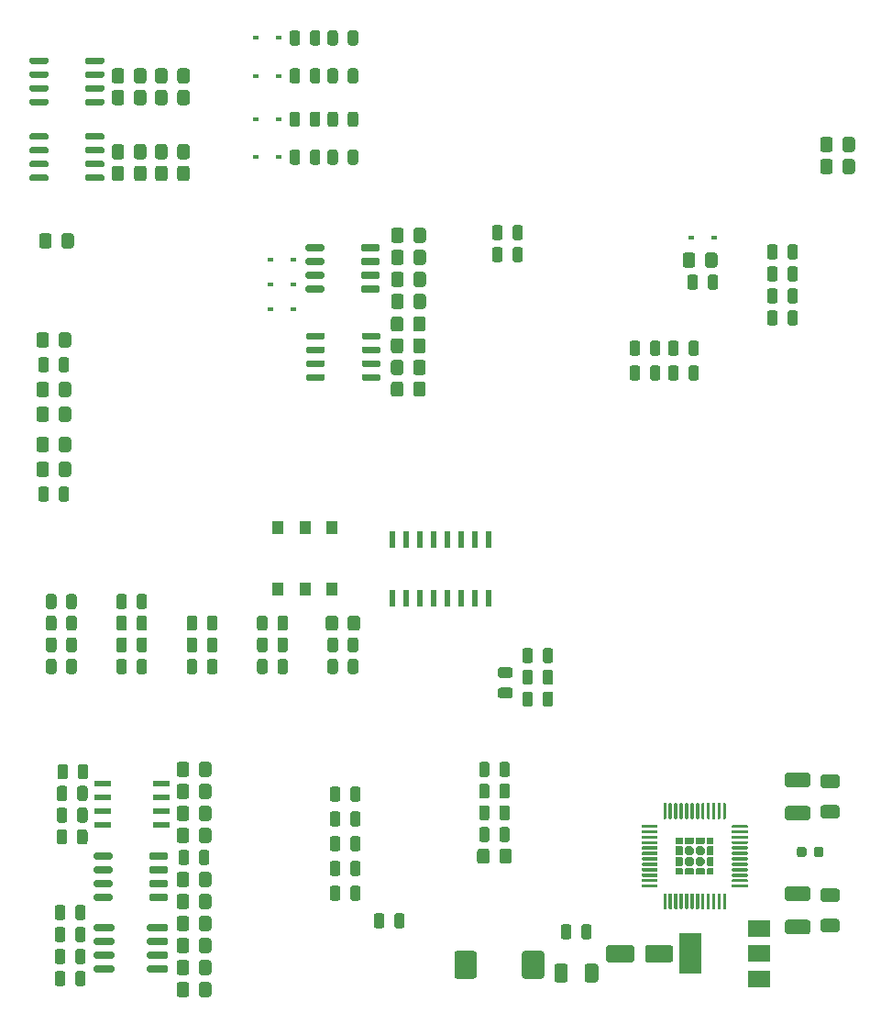
<source format=gtp>
G04 #@! TF.GenerationSoftware,KiCad,Pcbnew,(5.1.9-0-10_14)*
G04 #@! TF.CreationDate,2021-05-13T22:37:09+10:00*
G04 #@! TF.ProjectId,NA6,4e41362e-6b69-4636-9164-5f7063625858,rev?*
G04 #@! TF.SameCoordinates,Original*
G04 #@! TF.FileFunction,Paste,Top*
G04 #@! TF.FilePolarity,Positive*
%FSLAX46Y46*%
G04 Gerber Fmt 4.6, Leading zero omitted, Abs format (unit mm)*
G04 Created by KiCad (PCBNEW (5.1.9-0-10_14)) date 2021-05-13 22:37:09*
%MOMM*%
%LPD*%
G01*
G04 APERTURE LIST*
%ADD10R,1.000000X1.150000*%
%ADD11C,0.100000*%
%ADD12R,1.550000X0.600000*%
%ADD13R,0.600000X1.500000*%
%ADD14R,0.600000X0.450000*%
%ADD15R,2.000000X3.800000*%
%ADD16R,2.000000X1.500000*%
G04 APERTURE END LIST*
D10*
X156000000Y-91539000D03*
X153500000Y-91539000D03*
X151000000Y-91539000D03*
X156000000Y-85889000D03*
X153500000Y-85889000D03*
X151000000Y-85889000D03*
G36*
G01*
X176425000Y-97257750D02*
X176425000Y-98170250D01*
G75*
G02*
X176181250Y-98414000I-243750J0D01*
G01*
X175693750Y-98414000D01*
G75*
G02*
X175450000Y-98170250I0J243750D01*
G01*
X175450000Y-97257750D01*
G75*
G02*
X175693750Y-97014000I243750J0D01*
G01*
X176181250Y-97014000D01*
G75*
G02*
X176425000Y-97257750I0J-243750D01*
G01*
G37*
G36*
G01*
X174550000Y-97257750D02*
X174550000Y-98170250D01*
G75*
G02*
X174306250Y-98414000I-243750J0D01*
G01*
X173818750Y-98414000D01*
G75*
G02*
X173575000Y-98170250I0J243750D01*
G01*
X173575000Y-97257750D01*
G75*
G02*
X173818750Y-97014000I243750J0D01*
G01*
X174306250Y-97014000D01*
G75*
G02*
X174550000Y-97257750I0J-243750D01*
G01*
G37*
G36*
G01*
X172456250Y-99764000D02*
X171543750Y-99764000D01*
G75*
G02*
X171300000Y-99520250I0J243750D01*
G01*
X171300000Y-99032750D01*
G75*
G02*
X171543750Y-98789000I243750J0D01*
G01*
X172456250Y-98789000D01*
G75*
G02*
X172700000Y-99032750I0J-243750D01*
G01*
X172700000Y-99520250D01*
G75*
G02*
X172456250Y-99764000I-243750J0D01*
G01*
G37*
G36*
G01*
X172456250Y-101639000D02*
X171543750Y-101639000D01*
G75*
G02*
X171300000Y-101395250I0J243750D01*
G01*
X171300000Y-100907750D01*
G75*
G02*
X171543750Y-100664000I243750J0D01*
G01*
X172456250Y-100664000D01*
G75*
G02*
X172700000Y-100907750I0J-243750D01*
G01*
X172700000Y-101395250D01*
G75*
G02*
X172456250Y-101639000I-243750J0D01*
G01*
G37*
G36*
G01*
X150950000Y-99170250D02*
X150950000Y-98257750D01*
G75*
G02*
X151193750Y-98014000I243750J0D01*
G01*
X151681250Y-98014000D01*
G75*
G02*
X151925000Y-98257750I0J-243750D01*
G01*
X151925000Y-99170250D01*
G75*
G02*
X151681250Y-99414000I-243750J0D01*
G01*
X151193750Y-99414000D01*
G75*
G02*
X150950000Y-99170250I0J243750D01*
G01*
G37*
G36*
G01*
X149075000Y-99170250D02*
X149075000Y-98257750D01*
G75*
G02*
X149318750Y-98014000I243750J0D01*
G01*
X149806250Y-98014000D01*
G75*
G02*
X150050000Y-98257750I0J-243750D01*
G01*
X150050000Y-99170250D01*
G75*
G02*
X149806250Y-99414000I-243750J0D01*
G01*
X149318750Y-99414000D01*
G75*
G02*
X149075000Y-99170250I0J243750D01*
G01*
G37*
G36*
G01*
X169575000Y-112670250D02*
X169575000Y-111757750D01*
G75*
G02*
X169818750Y-111514000I243750J0D01*
G01*
X170306250Y-111514000D01*
G75*
G02*
X170550000Y-111757750I0J-243750D01*
G01*
X170550000Y-112670250D01*
G75*
G02*
X170306250Y-112914000I-243750J0D01*
G01*
X169818750Y-112914000D01*
G75*
G02*
X169575000Y-112670250I0J243750D01*
G01*
G37*
G36*
G01*
X171450000Y-112670250D02*
X171450000Y-111757750D01*
G75*
G02*
X171693750Y-111514000I243750J0D01*
G01*
X172181250Y-111514000D01*
G75*
G02*
X172425000Y-111757750I0J-243750D01*
G01*
X172425000Y-112670250D01*
G75*
G02*
X172181250Y-112914000I-243750J0D01*
G01*
X171693750Y-112914000D01*
G75*
G02*
X171450000Y-112670250I0J243750D01*
G01*
G37*
G36*
G01*
X170787000Y-61162250D02*
X170787000Y-60249750D01*
G75*
G02*
X171030750Y-60006000I243750J0D01*
G01*
X171518250Y-60006000D01*
G75*
G02*
X171762000Y-60249750I0J-243750D01*
G01*
X171762000Y-61162250D01*
G75*
G02*
X171518250Y-61406000I-243750J0D01*
G01*
X171030750Y-61406000D01*
G75*
G02*
X170787000Y-61162250I0J243750D01*
G01*
G37*
G36*
G01*
X172662000Y-61162250D02*
X172662000Y-60249750D01*
G75*
G02*
X172905750Y-60006000I243750J0D01*
G01*
X173393250Y-60006000D01*
G75*
G02*
X173637000Y-60249750I0J-243750D01*
G01*
X173637000Y-61162250D01*
G75*
G02*
X173393250Y-61406000I-243750J0D01*
G01*
X172905750Y-61406000D01*
G75*
G02*
X172662000Y-61162250I0J243750D01*
G01*
G37*
G36*
G01*
X151925000Y-94257750D02*
X151925000Y-95170250D01*
G75*
G02*
X151681250Y-95414000I-243750J0D01*
G01*
X151193750Y-95414000D01*
G75*
G02*
X150950000Y-95170250I0J243750D01*
G01*
X150950000Y-94257750D01*
G75*
G02*
X151193750Y-94014000I243750J0D01*
G01*
X151681250Y-94014000D01*
G75*
G02*
X151925000Y-94257750I0J-243750D01*
G01*
G37*
G36*
G01*
X150050000Y-94257750D02*
X150050000Y-95170250D01*
G75*
G02*
X149806250Y-95414000I-243750J0D01*
G01*
X149318750Y-95414000D01*
G75*
G02*
X149075000Y-95170250I0J243750D01*
G01*
X149075000Y-94257750D01*
G75*
G02*
X149318750Y-94014000I243750J0D01*
G01*
X149806250Y-94014000D01*
G75*
G02*
X150050000Y-94257750I0J-243750D01*
G01*
G37*
G36*
G01*
X172425000Y-107757750D02*
X172425000Y-108670250D01*
G75*
G02*
X172181250Y-108914000I-243750J0D01*
G01*
X171693750Y-108914000D01*
G75*
G02*
X171450000Y-108670250I0J243750D01*
G01*
X171450000Y-107757750D01*
G75*
G02*
X171693750Y-107514000I243750J0D01*
G01*
X172181250Y-107514000D01*
G75*
G02*
X172425000Y-107757750I0J-243750D01*
G01*
G37*
G36*
G01*
X170550000Y-107757750D02*
X170550000Y-108670250D01*
G75*
G02*
X170306250Y-108914000I-243750J0D01*
G01*
X169818750Y-108914000D01*
G75*
G02*
X169575000Y-108670250I0J243750D01*
G01*
X169575000Y-107757750D01*
G75*
G02*
X169818750Y-107514000I243750J0D01*
G01*
X170306250Y-107514000D01*
G75*
G02*
X170550000Y-107757750I0J-243750D01*
G01*
G37*
G36*
G01*
X174550000Y-99257750D02*
X174550000Y-100170250D01*
G75*
G02*
X174306250Y-100414000I-243750J0D01*
G01*
X173818750Y-100414000D01*
G75*
G02*
X173575000Y-100170250I0J243750D01*
G01*
X173575000Y-99257750D01*
G75*
G02*
X173818750Y-99014000I243750J0D01*
G01*
X174306250Y-99014000D01*
G75*
G02*
X174550000Y-99257750I0J-243750D01*
G01*
G37*
G36*
G01*
X176425000Y-99257750D02*
X176425000Y-100170250D01*
G75*
G02*
X176181250Y-100414000I-243750J0D01*
G01*
X175693750Y-100414000D01*
G75*
G02*
X175450000Y-100170250I0J243750D01*
G01*
X175450000Y-99257750D01*
G75*
G02*
X175693750Y-99014000I243750J0D01*
G01*
X176181250Y-99014000D01*
G75*
G02*
X176425000Y-99257750I0J-243750D01*
G01*
G37*
G36*
G01*
X144450000Y-99170250D02*
X144450000Y-98257750D01*
G75*
G02*
X144693750Y-98014000I243750J0D01*
G01*
X145181250Y-98014000D01*
G75*
G02*
X145425000Y-98257750I0J-243750D01*
G01*
X145425000Y-99170250D01*
G75*
G02*
X145181250Y-99414000I-243750J0D01*
G01*
X144693750Y-99414000D01*
G75*
G02*
X144450000Y-99170250I0J243750D01*
G01*
G37*
G36*
G01*
X142575000Y-99170250D02*
X142575000Y-98257750D01*
G75*
G02*
X142818750Y-98014000I243750J0D01*
G01*
X143306250Y-98014000D01*
G75*
G02*
X143550000Y-98257750I0J-243750D01*
G01*
X143550000Y-99170250D01*
G75*
G02*
X143306250Y-99414000I-243750J0D01*
G01*
X142818750Y-99414000D01*
G75*
G02*
X142575000Y-99170250I0J243750D01*
G01*
G37*
G36*
G01*
X131450000Y-99170250D02*
X131450000Y-98257750D01*
G75*
G02*
X131693750Y-98014000I243750J0D01*
G01*
X132181250Y-98014000D01*
G75*
G02*
X132425000Y-98257750I0J-243750D01*
G01*
X132425000Y-99170250D01*
G75*
G02*
X132181250Y-99414000I-243750J0D01*
G01*
X131693750Y-99414000D01*
G75*
G02*
X131450000Y-99170250I0J243750D01*
G01*
G37*
G36*
G01*
X129575000Y-99170250D02*
X129575000Y-98257750D01*
G75*
G02*
X129818750Y-98014000I243750J0D01*
G01*
X130306250Y-98014000D01*
G75*
G02*
X130550000Y-98257750I0J-243750D01*
G01*
X130550000Y-99170250D01*
G75*
G02*
X130306250Y-99414000I-243750J0D01*
G01*
X129818750Y-99414000D01*
G75*
G02*
X129575000Y-99170250I0J243750D01*
G01*
G37*
G36*
G01*
X137950000Y-99170250D02*
X137950000Y-98257750D01*
G75*
G02*
X138193750Y-98014000I243750J0D01*
G01*
X138681250Y-98014000D01*
G75*
G02*
X138925000Y-98257750I0J-243750D01*
G01*
X138925000Y-99170250D01*
G75*
G02*
X138681250Y-99414000I-243750J0D01*
G01*
X138193750Y-99414000D01*
G75*
G02*
X137950000Y-99170250I0J243750D01*
G01*
G37*
G36*
G01*
X136075000Y-99170250D02*
X136075000Y-98257750D01*
G75*
G02*
X136318750Y-98014000I243750J0D01*
G01*
X136806250Y-98014000D01*
G75*
G02*
X137050000Y-98257750I0J-243750D01*
G01*
X137050000Y-99170250D01*
G75*
G02*
X136806250Y-99414000I-243750J0D01*
G01*
X136318750Y-99414000D01*
G75*
G02*
X136075000Y-99170250I0J243750D01*
G01*
G37*
G36*
G01*
X145425000Y-94257750D02*
X145425000Y-95170250D01*
G75*
G02*
X145181250Y-95414000I-243750J0D01*
G01*
X144693750Y-95414000D01*
G75*
G02*
X144450000Y-95170250I0J243750D01*
G01*
X144450000Y-94257750D01*
G75*
G02*
X144693750Y-94014000I243750J0D01*
G01*
X145181250Y-94014000D01*
G75*
G02*
X145425000Y-94257750I0J-243750D01*
G01*
G37*
G36*
G01*
X143550000Y-94257750D02*
X143550000Y-95170250D01*
G75*
G02*
X143306250Y-95414000I-243750J0D01*
G01*
X142818750Y-95414000D01*
G75*
G02*
X142575000Y-95170250I0J243750D01*
G01*
X142575000Y-94257750D01*
G75*
G02*
X142818750Y-94014000I243750J0D01*
G01*
X143306250Y-94014000D01*
G75*
G02*
X143550000Y-94257750I0J-243750D01*
G01*
G37*
G36*
G01*
X132425000Y-92257750D02*
X132425000Y-93170250D01*
G75*
G02*
X132181250Y-93414000I-243750J0D01*
G01*
X131693750Y-93414000D01*
G75*
G02*
X131450000Y-93170250I0J243750D01*
G01*
X131450000Y-92257750D01*
G75*
G02*
X131693750Y-92014000I243750J0D01*
G01*
X132181250Y-92014000D01*
G75*
G02*
X132425000Y-92257750I0J-243750D01*
G01*
G37*
G36*
G01*
X130550000Y-92257750D02*
X130550000Y-93170250D01*
G75*
G02*
X130306250Y-93414000I-243750J0D01*
G01*
X129818750Y-93414000D01*
G75*
G02*
X129575000Y-93170250I0J243750D01*
G01*
X129575000Y-92257750D01*
G75*
G02*
X129818750Y-92014000I243750J0D01*
G01*
X130306250Y-92014000D01*
G75*
G02*
X130550000Y-92257750I0J-243750D01*
G01*
G37*
G36*
G01*
X138925000Y-92257750D02*
X138925000Y-93170250D01*
G75*
G02*
X138681250Y-93414000I-243750J0D01*
G01*
X138193750Y-93414000D01*
G75*
G02*
X137950000Y-93170250I0J243750D01*
G01*
X137950000Y-92257750D01*
G75*
G02*
X138193750Y-92014000I243750J0D01*
G01*
X138681250Y-92014000D01*
G75*
G02*
X138925000Y-92257750I0J-243750D01*
G01*
G37*
G36*
G01*
X137050000Y-92257750D02*
X137050000Y-93170250D01*
G75*
G02*
X136806250Y-93414000I-243750J0D01*
G01*
X136318750Y-93414000D01*
G75*
G02*
X136075000Y-93170250I0J243750D01*
G01*
X136075000Y-92257750D01*
G75*
G02*
X136318750Y-92014000I243750J0D01*
G01*
X136806250Y-92014000D01*
G75*
G02*
X137050000Y-92257750I0J-243750D01*
G01*
G37*
G36*
G01*
X130752000Y-71322250D02*
X130752000Y-70409750D01*
G75*
G02*
X130995750Y-70166000I243750J0D01*
G01*
X131483250Y-70166000D01*
G75*
G02*
X131727000Y-70409750I0J-243750D01*
G01*
X131727000Y-71322250D01*
G75*
G02*
X131483250Y-71566000I-243750J0D01*
G01*
X130995750Y-71566000D01*
G75*
G02*
X130752000Y-71322250I0J243750D01*
G01*
G37*
G36*
G01*
X128877000Y-71322250D02*
X128877000Y-70409750D01*
G75*
G02*
X129120750Y-70166000I243750J0D01*
G01*
X129608250Y-70166000D01*
G75*
G02*
X129852000Y-70409750I0J-243750D01*
G01*
X129852000Y-71322250D01*
G75*
G02*
X129608250Y-71566000I-243750J0D01*
G01*
X129120750Y-71566000D01*
G75*
G02*
X128877000Y-71322250I0J243750D01*
G01*
G37*
G36*
G01*
X176537000Y-127625000D02*
X176537000Y-126375000D01*
G75*
G02*
X176787000Y-126125000I250000J0D01*
G01*
X177537000Y-126125000D01*
G75*
G02*
X177787000Y-126375000I0J-250000D01*
G01*
X177787000Y-127625000D01*
G75*
G02*
X177537000Y-127875000I-250000J0D01*
G01*
X176787000Y-127875000D01*
G75*
G02*
X176537000Y-127625000I0J250000D01*
G01*
G37*
G36*
G01*
X179337000Y-127625000D02*
X179337000Y-126375000D01*
G75*
G02*
X179587000Y-126125000I250000J0D01*
G01*
X180337000Y-126125000D01*
G75*
G02*
X180587000Y-126375000I0J-250000D01*
G01*
X180587000Y-127625000D01*
G75*
G02*
X180337000Y-127875000I-250000J0D01*
G01*
X179587000Y-127875000D01*
G75*
G02*
X179337000Y-127625000I0J250000D01*
G01*
G37*
G36*
G01*
X156776000Y-110033750D02*
X156776000Y-110946250D01*
G75*
G02*
X156532250Y-111190000I-243750J0D01*
G01*
X156044750Y-111190000D01*
G75*
G02*
X155801000Y-110946250I0J243750D01*
G01*
X155801000Y-110033750D01*
G75*
G02*
X156044750Y-109790000I243750J0D01*
G01*
X156532250Y-109790000D01*
G75*
G02*
X156776000Y-110033750I0J-243750D01*
G01*
G37*
G36*
G01*
X158651000Y-110033750D02*
X158651000Y-110946250D01*
G75*
G02*
X158407250Y-111190000I-243750J0D01*
G01*
X157919750Y-111190000D01*
G75*
G02*
X157676000Y-110946250I0J243750D01*
G01*
X157676000Y-110033750D01*
G75*
G02*
X157919750Y-109790000I243750J0D01*
G01*
X158407250Y-109790000D01*
G75*
G02*
X158651000Y-110033750I0J-243750D01*
G01*
G37*
G36*
G01*
X158651000Y-112319750D02*
X158651000Y-113232250D01*
G75*
G02*
X158407250Y-113476000I-243750J0D01*
G01*
X157919750Y-113476000D01*
G75*
G02*
X157676000Y-113232250I0J243750D01*
G01*
X157676000Y-112319750D01*
G75*
G02*
X157919750Y-112076000I243750J0D01*
G01*
X158407250Y-112076000D01*
G75*
G02*
X158651000Y-112319750I0J-243750D01*
G01*
G37*
G36*
G01*
X156776000Y-112319750D02*
X156776000Y-113232250D01*
G75*
G02*
X156532250Y-113476000I-243750J0D01*
G01*
X156044750Y-113476000D01*
G75*
G02*
X155801000Y-113232250I0J243750D01*
G01*
X155801000Y-112319750D01*
G75*
G02*
X156044750Y-112076000I243750J0D01*
G01*
X156532250Y-112076000D01*
G75*
G02*
X156776000Y-112319750I0J-243750D01*
G01*
G37*
G36*
G01*
X153950000Y-52170250D02*
X153950000Y-51257750D01*
G75*
G02*
X154193750Y-51014000I243750J0D01*
G01*
X154681250Y-51014000D01*
G75*
G02*
X154925000Y-51257750I0J-243750D01*
G01*
X154925000Y-52170250D01*
G75*
G02*
X154681250Y-52414000I-243750J0D01*
G01*
X154193750Y-52414000D01*
G75*
G02*
X153950000Y-52170250I0J243750D01*
G01*
G37*
G36*
G01*
X152075000Y-52170250D02*
X152075000Y-51257750D01*
G75*
G02*
X152318750Y-51014000I243750J0D01*
G01*
X152806250Y-51014000D01*
G75*
G02*
X153050000Y-51257750I0J-243750D01*
G01*
X153050000Y-52170250D01*
G75*
G02*
X152806250Y-52414000I-243750J0D01*
G01*
X152318750Y-52414000D01*
G75*
G02*
X152075000Y-52170250I0J243750D01*
G01*
G37*
G36*
G01*
X152075000Y-48670250D02*
X152075000Y-47757750D01*
G75*
G02*
X152318750Y-47514000I243750J0D01*
G01*
X152806250Y-47514000D01*
G75*
G02*
X153050000Y-47757750I0J-243750D01*
G01*
X153050000Y-48670250D01*
G75*
G02*
X152806250Y-48914000I-243750J0D01*
G01*
X152318750Y-48914000D01*
G75*
G02*
X152075000Y-48670250I0J243750D01*
G01*
G37*
G36*
G01*
X153950000Y-48670250D02*
X153950000Y-47757750D01*
G75*
G02*
X154193750Y-47514000I243750J0D01*
G01*
X154681250Y-47514000D01*
G75*
G02*
X154925000Y-47757750I0J-243750D01*
G01*
X154925000Y-48670250D01*
G75*
G02*
X154681250Y-48914000I-243750J0D01*
G01*
X154193750Y-48914000D01*
G75*
G02*
X153950000Y-48670250I0J243750D01*
G01*
G37*
G36*
G01*
X153950000Y-44670250D02*
X153950000Y-43757750D01*
G75*
G02*
X154193750Y-43514000I243750J0D01*
G01*
X154681250Y-43514000D01*
G75*
G02*
X154925000Y-43757750I0J-243750D01*
G01*
X154925000Y-44670250D01*
G75*
G02*
X154681250Y-44914000I-243750J0D01*
G01*
X154193750Y-44914000D01*
G75*
G02*
X153950000Y-44670250I0J243750D01*
G01*
G37*
G36*
G01*
X152075000Y-44670250D02*
X152075000Y-43757750D01*
G75*
G02*
X152318750Y-43514000I243750J0D01*
G01*
X152806250Y-43514000D01*
G75*
G02*
X153050000Y-43757750I0J-243750D01*
G01*
X153050000Y-44670250D01*
G75*
G02*
X152806250Y-44914000I-243750J0D01*
G01*
X152318750Y-44914000D01*
G75*
G02*
X152075000Y-44670250I0J243750D01*
G01*
G37*
G36*
G01*
X152075000Y-41170250D02*
X152075000Y-40257750D01*
G75*
G02*
X152318750Y-40014000I243750J0D01*
G01*
X152806250Y-40014000D01*
G75*
G02*
X153050000Y-40257750I0J-243750D01*
G01*
X153050000Y-41170250D01*
G75*
G02*
X152806250Y-41414000I-243750J0D01*
G01*
X152318750Y-41414000D01*
G75*
G02*
X152075000Y-41170250I0J243750D01*
G01*
G37*
G36*
G01*
X153950000Y-41170250D02*
X153950000Y-40257750D01*
G75*
G02*
X154193750Y-40014000I243750J0D01*
G01*
X154681250Y-40014000D01*
G75*
G02*
X154925000Y-40257750I0J-243750D01*
G01*
X154925000Y-41170250D01*
G75*
G02*
X154681250Y-41414000I-243750J0D01*
G01*
X154193750Y-41414000D01*
G75*
G02*
X153950000Y-41170250I0J243750D01*
G01*
G37*
G36*
G01*
X155575000Y-52170250D02*
X155575000Y-51257750D01*
G75*
G02*
X155818750Y-51014000I243750J0D01*
G01*
X156306250Y-51014000D01*
G75*
G02*
X156550000Y-51257750I0J-243750D01*
G01*
X156550000Y-52170250D01*
G75*
G02*
X156306250Y-52414000I-243750J0D01*
G01*
X155818750Y-52414000D01*
G75*
G02*
X155575000Y-52170250I0J243750D01*
G01*
G37*
G36*
G01*
X157450000Y-52170250D02*
X157450000Y-51257750D01*
G75*
G02*
X157693750Y-51014000I243750J0D01*
G01*
X158181250Y-51014000D01*
G75*
G02*
X158425000Y-51257750I0J-243750D01*
G01*
X158425000Y-52170250D01*
G75*
G02*
X158181250Y-52414000I-243750J0D01*
G01*
X157693750Y-52414000D01*
G75*
G02*
X157450000Y-52170250I0J243750D01*
G01*
G37*
G36*
G01*
X157450000Y-48670250D02*
X157450000Y-47757750D01*
G75*
G02*
X157693750Y-47514000I243750J0D01*
G01*
X158181250Y-47514000D01*
G75*
G02*
X158425000Y-47757750I0J-243750D01*
G01*
X158425000Y-48670250D01*
G75*
G02*
X158181250Y-48914000I-243750J0D01*
G01*
X157693750Y-48914000D01*
G75*
G02*
X157450000Y-48670250I0J243750D01*
G01*
G37*
G36*
G01*
X155575000Y-48670250D02*
X155575000Y-47757750D01*
G75*
G02*
X155818750Y-47514000I243750J0D01*
G01*
X156306250Y-47514000D01*
G75*
G02*
X156550000Y-47757750I0J-243750D01*
G01*
X156550000Y-48670250D01*
G75*
G02*
X156306250Y-48914000I-243750J0D01*
G01*
X155818750Y-48914000D01*
G75*
G02*
X155575000Y-48670250I0J243750D01*
G01*
G37*
G36*
G01*
X131550000Y-113971750D02*
X131550000Y-114884250D01*
G75*
G02*
X131306250Y-115128000I-243750J0D01*
G01*
X130818750Y-115128000D01*
G75*
G02*
X130575000Y-114884250I0J243750D01*
G01*
X130575000Y-113971750D01*
G75*
G02*
X130818750Y-113728000I243750J0D01*
G01*
X131306250Y-113728000D01*
G75*
G02*
X131550000Y-113971750I0J-243750D01*
G01*
G37*
G36*
G01*
X133425000Y-113971750D02*
X133425000Y-114884250D01*
G75*
G02*
X133181250Y-115128000I-243750J0D01*
G01*
X132693750Y-115128000D01*
G75*
G02*
X132450000Y-114884250I0J243750D01*
G01*
X132450000Y-113971750D01*
G75*
G02*
X132693750Y-113728000I243750J0D01*
G01*
X133181250Y-113728000D01*
G75*
G02*
X133425000Y-113971750I0J-243750D01*
G01*
G37*
G36*
G01*
X133487500Y-107971750D02*
X133487500Y-108884250D01*
G75*
G02*
X133243750Y-109128000I-243750J0D01*
G01*
X132756250Y-109128000D01*
G75*
G02*
X132512500Y-108884250I0J243750D01*
G01*
X132512500Y-107971750D01*
G75*
G02*
X132756250Y-107728000I243750J0D01*
G01*
X133243750Y-107728000D01*
G75*
G02*
X133487500Y-107971750I0J-243750D01*
G01*
G37*
G36*
G01*
X131612500Y-107971750D02*
X131612500Y-108884250D01*
G75*
G02*
X131368750Y-109128000I-243750J0D01*
G01*
X130881250Y-109128000D01*
G75*
G02*
X130637500Y-108884250I0J243750D01*
G01*
X130637500Y-107971750D01*
G75*
G02*
X130881250Y-107728000I243750J0D01*
G01*
X131368750Y-107728000D01*
G75*
G02*
X131612500Y-107971750I0J-243750D01*
G01*
G37*
G36*
G01*
X130575000Y-112884250D02*
X130575000Y-111971750D01*
G75*
G02*
X130818750Y-111728000I243750J0D01*
G01*
X131306250Y-111728000D01*
G75*
G02*
X131550000Y-111971750I0J-243750D01*
G01*
X131550000Y-112884250D01*
G75*
G02*
X131306250Y-113128000I-243750J0D01*
G01*
X130818750Y-113128000D01*
G75*
G02*
X130575000Y-112884250I0J243750D01*
G01*
G37*
G36*
G01*
X132450000Y-112884250D02*
X132450000Y-111971750D01*
G75*
G02*
X132693750Y-111728000I243750J0D01*
G01*
X133181250Y-111728000D01*
G75*
G02*
X133425000Y-111971750I0J-243750D01*
G01*
X133425000Y-112884250D01*
G75*
G02*
X133181250Y-113128000I-243750J0D01*
G01*
X132693750Y-113128000D01*
G75*
G02*
X132450000Y-112884250I0J243750D01*
G01*
G37*
G36*
G01*
X132450000Y-110884250D02*
X132450000Y-109971750D01*
G75*
G02*
X132693750Y-109728000I243750J0D01*
G01*
X133181250Y-109728000D01*
G75*
G02*
X133425000Y-109971750I0J-243750D01*
G01*
X133425000Y-110884250D01*
G75*
G02*
X133181250Y-111128000I-243750J0D01*
G01*
X132693750Y-111128000D01*
G75*
G02*
X132450000Y-110884250I0J243750D01*
G01*
G37*
G36*
G01*
X130575000Y-110884250D02*
X130575000Y-109971750D01*
G75*
G02*
X130818750Y-109728000I243750J0D01*
G01*
X131306250Y-109728000D01*
G75*
G02*
X131550000Y-109971750I0J-243750D01*
G01*
X131550000Y-110884250D01*
G75*
G02*
X131306250Y-111128000I-243750J0D01*
G01*
X130818750Y-111128000D01*
G75*
G02*
X130575000Y-110884250I0J243750D01*
G01*
G37*
G36*
G01*
X155575000Y-44670250D02*
X155575000Y-43757750D01*
G75*
G02*
X155818750Y-43514000I243750J0D01*
G01*
X156306250Y-43514000D01*
G75*
G02*
X156550000Y-43757750I0J-243750D01*
G01*
X156550000Y-44670250D01*
G75*
G02*
X156306250Y-44914000I-243750J0D01*
G01*
X155818750Y-44914000D01*
G75*
G02*
X155575000Y-44670250I0J243750D01*
G01*
G37*
G36*
G01*
X157450000Y-44670250D02*
X157450000Y-43757750D01*
G75*
G02*
X157693750Y-43514000I243750J0D01*
G01*
X158181250Y-43514000D01*
G75*
G02*
X158425000Y-43757750I0J-243750D01*
G01*
X158425000Y-44670250D01*
G75*
G02*
X158181250Y-44914000I-243750J0D01*
G01*
X157693750Y-44914000D01*
G75*
G02*
X157450000Y-44670250I0J243750D01*
G01*
G37*
G36*
G01*
X157450000Y-41170250D02*
X157450000Y-40257750D01*
G75*
G02*
X157693750Y-40014000I243750J0D01*
G01*
X158181250Y-40014000D01*
G75*
G02*
X158425000Y-40257750I0J-243750D01*
G01*
X158425000Y-41170250D01*
G75*
G02*
X158181250Y-41414000I-243750J0D01*
G01*
X157693750Y-41414000D01*
G75*
G02*
X157450000Y-41170250I0J243750D01*
G01*
G37*
G36*
G01*
X155575000Y-41170250D02*
X155575000Y-40257750D01*
G75*
G02*
X155818750Y-40014000I243750J0D01*
G01*
X156306250Y-40014000D01*
G75*
G02*
X156550000Y-40257750I0J-243750D01*
G01*
X156550000Y-41170250D01*
G75*
G02*
X156306250Y-41414000I-243750J0D01*
G01*
X155818750Y-41414000D01*
G75*
G02*
X155575000Y-41170250I0J243750D01*
G01*
G37*
G36*
G01*
X169575000Y-114670250D02*
X169575000Y-113757750D01*
G75*
G02*
X169818750Y-113514000I243750J0D01*
G01*
X170306250Y-113514000D01*
G75*
G02*
X170550000Y-113757750I0J-243750D01*
G01*
X170550000Y-114670250D01*
G75*
G02*
X170306250Y-114914000I-243750J0D01*
G01*
X169818750Y-114914000D01*
G75*
G02*
X169575000Y-114670250I0J243750D01*
G01*
G37*
G36*
G01*
X171450000Y-114670250D02*
X171450000Y-113757750D01*
G75*
G02*
X171693750Y-113514000I243750J0D01*
G01*
X172181250Y-113514000D01*
G75*
G02*
X172425000Y-113757750I0J-243750D01*
G01*
X172425000Y-114670250D01*
G75*
G02*
X172181250Y-114914000I-243750J0D01*
G01*
X171693750Y-114914000D01*
G75*
G02*
X171450000Y-114670250I0J243750D01*
G01*
G37*
G36*
G01*
X151925000Y-96257750D02*
X151925000Y-97170250D01*
G75*
G02*
X151681250Y-97414000I-243750J0D01*
G01*
X151193750Y-97414000D01*
G75*
G02*
X150950000Y-97170250I0J243750D01*
G01*
X150950000Y-96257750D01*
G75*
G02*
X151193750Y-96014000I243750J0D01*
G01*
X151681250Y-96014000D01*
G75*
G02*
X151925000Y-96257750I0J-243750D01*
G01*
G37*
G36*
G01*
X150050000Y-96257750D02*
X150050000Y-97170250D01*
G75*
G02*
X149806250Y-97414000I-243750J0D01*
G01*
X149318750Y-97414000D01*
G75*
G02*
X149075000Y-97170250I0J243750D01*
G01*
X149075000Y-96257750D01*
G75*
G02*
X149318750Y-96014000I243750J0D01*
G01*
X149806250Y-96014000D01*
G75*
G02*
X150050000Y-96257750I0J-243750D01*
G01*
G37*
G36*
G01*
X172425000Y-109757750D02*
X172425000Y-110670250D01*
G75*
G02*
X172181250Y-110914000I-243750J0D01*
G01*
X171693750Y-110914000D01*
G75*
G02*
X171450000Y-110670250I0J243750D01*
G01*
X171450000Y-109757750D01*
G75*
G02*
X171693750Y-109514000I243750J0D01*
G01*
X172181250Y-109514000D01*
G75*
G02*
X172425000Y-109757750I0J-243750D01*
G01*
G37*
G36*
G01*
X170550000Y-109757750D02*
X170550000Y-110670250D01*
G75*
G02*
X170306250Y-110914000I-243750J0D01*
G01*
X169818750Y-110914000D01*
G75*
G02*
X169575000Y-110670250I0J243750D01*
G01*
X169575000Y-109757750D01*
G75*
G02*
X169818750Y-109514000I243750J0D01*
G01*
X170306250Y-109514000D01*
G75*
G02*
X170550000Y-109757750I0J-243750D01*
G01*
G37*
G36*
G01*
X173637000Y-58217750D02*
X173637000Y-59130250D01*
G75*
G02*
X173393250Y-59374000I-243750J0D01*
G01*
X172905750Y-59374000D01*
G75*
G02*
X172662000Y-59130250I0J243750D01*
G01*
X172662000Y-58217750D01*
G75*
G02*
X172905750Y-57974000I243750J0D01*
G01*
X173393250Y-57974000D01*
G75*
G02*
X173637000Y-58217750I0J-243750D01*
G01*
G37*
G36*
G01*
X171762000Y-58217750D02*
X171762000Y-59130250D01*
G75*
G02*
X171518250Y-59374000I-243750J0D01*
G01*
X171030750Y-59374000D01*
G75*
G02*
X170787000Y-59130250I0J243750D01*
G01*
X170787000Y-58217750D01*
G75*
G02*
X171030750Y-57974000I243750J0D01*
G01*
X171518250Y-57974000D01*
G75*
G02*
X171762000Y-58217750I0J-243750D01*
G01*
G37*
G36*
G01*
X173575000Y-102170250D02*
X173575000Y-101257750D01*
G75*
G02*
X173818750Y-101014000I243750J0D01*
G01*
X174306250Y-101014000D01*
G75*
G02*
X174550000Y-101257750I0J-243750D01*
G01*
X174550000Y-102170250D01*
G75*
G02*
X174306250Y-102414000I-243750J0D01*
G01*
X173818750Y-102414000D01*
G75*
G02*
X173575000Y-102170250I0J243750D01*
G01*
G37*
G36*
G01*
X175450000Y-102170250D02*
X175450000Y-101257750D01*
G75*
G02*
X175693750Y-101014000I243750J0D01*
G01*
X176181250Y-101014000D01*
G75*
G02*
X176425000Y-101257750I0J-243750D01*
G01*
X176425000Y-102170250D01*
G75*
G02*
X176181250Y-102414000I-243750J0D01*
G01*
X175693750Y-102414000D01*
G75*
G02*
X175450000Y-102170250I0J243750D01*
G01*
G37*
G36*
G01*
X131450000Y-97170250D02*
X131450000Y-96257750D01*
G75*
G02*
X131693750Y-96014000I243750J0D01*
G01*
X132181250Y-96014000D01*
G75*
G02*
X132425000Y-96257750I0J-243750D01*
G01*
X132425000Y-97170250D01*
G75*
G02*
X132181250Y-97414000I-243750J0D01*
G01*
X131693750Y-97414000D01*
G75*
G02*
X131450000Y-97170250I0J243750D01*
G01*
G37*
G36*
G01*
X129575000Y-97170250D02*
X129575000Y-96257750D01*
G75*
G02*
X129818750Y-96014000I243750J0D01*
G01*
X130306250Y-96014000D01*
G75*
G02*
X130550000Y-96257750I0J-243750D01*
G01*
X130550000Y-97170250D01*
G75*
G02*
X130306250Y-97414000I-243750J0D01*
G01*
X129818750Y-97414000D01*
G75*
G02*
X129575000Y-97170250I0J243750D01*
G01*
G37*
G36*
G01*
X137950000Y-97170250D02*
X137950000Y-96257750D01*
G75*
G02*
X138193750Y-96014000I243750J0D01*
G01*
X138681250Y-96014000D01*
G75*
G02*
X138925000Y-96257750I0J-243750D01*
G01*
X138925000Y-97170250D01*
G75*
G02*
X138681250Y-97414000I-243750J0D01*
G01*
X138193750Y-97414000D01*
G75*
G02*
X137950000Y-97170250I0J243750D01*
G01*
G37*
G36*
G01*
X136075000Y-97170250D02*
X136075000Y-96257750D01*
G75*
G02*
X136318750Y-96014000I243750J0D01*
G01*
X136806250Y-96014000D01*
G75*
G02*
X137050000Y-96257750I0J-243750D01*
G01*
X137050000Y-97170250D01*
G75*
G02*
X136806250Y-97414000I-243750J0D01*
G01*
X136318750Y-97414000D01*
G75*
G02*
X136075000Y-97170250I0J243750D01*
G01*
G37*
G36*
G01*
X143550000Y-96257750D02*
X143550000Y-97170250D01*
G75*
G02*
X143306250Y-97414000I-243750J0D01*
G01*
X142818750Y-97414000D01*
G75*
G02*
X142575000Y-97170250I0J243750D01*
G01*
X142575000Y-96257750D01*
G75*
G02*
X142818750Y-96014000I243750J0D01*
G01*
X143306250Y-96014000D01*
G75*
G02*
X143550000Y-96257750I0J-243750D01*
G01*
G37*
G36*
G01*
X145425000Y-96257750D02*
X145425000Y-97170250D01*
G75*
G02*
X145181250Y-97414000I-243750J0D01*
G01*
X144693750Y-97414000D01*
G75*
G02*
X144450000Y-97170250I0J243750D01*
G01*
X144450000Y-96257750D01*
G75*
G02*
X144693750Y-96014000I243750J0D01*
G01*
X145181250Y-96014000D01*
G75*
G02*
X145425000Y-96257750I0J-243750D01*
G01*
G37*
G36*
G01*
X132425000Y-94257750D02*
X132425000Y-95170250D01*
G75*
G02*
X132181250Y-95414000I-243750J0D01*
G01*
X131693750Y-95414000D01*
G75*
G02*
X131450000Y-95170250I0J243750D01*
G01*
X131450000Y-94257750D01*
G75*
G02*
X131693750Y-94014000I243750J0D01*
G01*
X132181250Y-94014000D01*
G75*
G02*
X132425000Y-94257750I0J-243750D01*
G01*
G37*
G36*
G01*
X130550000Y-94257750D02*
X130550000Y-95170250D01*
G75*
G02*
X130306250Y-95414000I-243750J0D01*
G01*
X129818750Y-95414000D01*
G75*
G02*
X129575000Y-95170250I0J243750D01*
G01*
X129575000Y-94257750D01*
G75*
G02*
X129818750Y-94014000I243750J0D01*
G01*
X130306250Y-94014000D01*
G75*
G02*
X130550000Y-94257750I0J-243750D01*
G01*
G37*
G36*
G01*
X138925000Y-94257750D02*
X138925000Y-95170250D01*
G75*
G02*
X138681250Y-95414000I-243750J0D01*
G01*
X138193750Y-95414000D01*
G75*
G02*
X137950000Y-95170250I0J243750D01*
G01*
X137950000Y-94257750D01*
G75*
G02*
X138193750Y-94014000I243750J0D01*
G01*
X138681250Y-94014000D01*
G75*
G02*
X138925000Y-94257750I0J-243750D01*
G01*
G37*
G36*
G01*
X137050000Y-94257750D02*
X137050000Y-95170250D01*
G75*
G02*
X136806250Y-95414000I-243750J0D01*
G01*
X136318750Y-95414000D01*
G75*
G02*
X136075000Y-95170250I0J243750D01*
G01*
X136075000Y-94257750D01*
G75*
G02*
X136318750Y-94014000I243750J0D01*
G01*
X136806250Y-94014000D01*
G75*
G02*
X137050000Y-94257750I0J-243750D01*
G01*
G37*
G36*
G01*
X155575000Y-97170250D02*
X155575000Y-96257750D01*
G75*
G02*
X155818750Y-96014000I243750J0D01*
G01*
X156306250Y-96014000D01*
G75*
G02*
X156550000Y-96257750I0J-243750D01*
G01*
X156550000Y-97170250D01*
G75*
G02*
X156306250Y-97414000I-243750J0D01*
G01*
X155818750Y-97414000D01*
G75*
G02*
X155575000Y-97170250I0J243750D01*
G01*
G37*
G36*
G01*
X157450000Y-97170250D02*
X157450000Y-96257750D01*
G75*
G02*
X157693750Y-96014000I243750J0D01*
G01*
X158181250Y-96014000D01*
G75*
G02*
X158425000Y-96257750I0J-243750D01*
G01*
X158425000Y-97170250D01*
G75*
G02*
X158181250Y-97414000I-243750J0D01*
G01*
X157693750Y-97414000D01*
G75*
G02*
X157450000Y-97170250I0J243750D01*
G01*
G37*
G36*
G01*
X201092000Y-53028001D02*
X201092000Y-52127999D01*
G75*
G02*
X201341999Y-51878000I249999J0D01*
G01*
X201992001Y-51878000D01*
G75*
G02*
X202242000Y-52127999I0J-249999D01*
G01*
X202242000Y-53028001D01*
G75*
G02*
X201992001Y-53278000I-249999J0D01*
G01*
X201341999Y-53278000D01*
G75*
G02*
X201092000Y-53028001I0J249999D01*
G01*
G37*
G36*
G01*
X203142000Y-53028001D02*
X203142000Y-52127999D01*
G75*
G02*
X203391999Y-51878000I249999J0D01*
G01*
X204042001Y-51878000D01*
G75*
G02*
X204292000Y-52127999I0J-249999D01*
G01*
X204292000Y-53028001D01*
G75*
G02*
X204042001Y-53278000I-249999J0D01*
G01*
X203391999Y-53278000D01*
G75*
G02*
X203142000Y-53028001I0J249999D01*
G01*
G37*
G36*
G01*
X203142000Y-50996001D02*
X203142000Y-50095999D01*
G75*
G02*
X203391999Y-49846000I249999J0D01*
G01*
X204042001Y-49846000D01*
G75*
G02*
X204292000Y-50095999I0J-249999D01*
G01*
X204292000Y-50996001D01*
G75*
G02*
X204042001Y-51246000I-249999J0D01*
G01*
X203391999Y-51246000D01*
G75*
G02*
X203142000Y-50996001I0J249999D01*
G01*
G37*
G36*
G01*
X201092000Y-50996001D02*
X201092000Y-50095999D01*
G75*
G02*
X201341999Y-49846000I249999J0D01*
G01*
X201992001Y-49846000D01*
G75*
G02*
X202242000Y-50095999I0J-249999D01*
G01*
X202242000Y-50996001D01*
G75*
G02*
X201992001Y-51246000I-249999J0D01*
G01*
X201341999Y-51246000D01*
G75*
G02*
X201092000Y-50996001I0J249999D01*
G01*
G37*
G36*
G01*
X143706000Y-118814001D02*
X143706000Y-117913999D01*
G75*
G02*
X143955999Y-117664000I249999J0D01*
G01*
X144606001Y-117664000D01*
G75*
G02*
X144856000Y-117913999I0J-249999D01*
G01*
X144856000Y-118814001D01*
G75*
G02*
X144606001Y-119064000I-249999J0D01*
G01*
X143955999Y-119064000D01*
G75*
G02*
X143706000Y-118814001I0J249999D01*
G01*
G37*
G36*
G01*
X141656000Y-118814001D02*
X141656000Y-117913999D01*
G75*
G02*
X141905999Y-117664000I249999J0D01*
G01*
X142556001Y-117664000D01*
G75*
G02*
X142806000Y-117913999I0J-249999D01*
G01*
X142806000Y-118814001D01*
G75*
G02*
X142556001Y-119064000I-249999J0D01*
G01*
X141905999Y-119064000D01*
G75*
G02*
X141656000Y-118814001I0J249999D01*
G01*
G37*
G36*
G01*
X141656000Y-120846001D02*
X141656000Y-119945999D01*
G75*
G02*
X141905999Y-119696000I249999J0D01*
G01*
X142556001Y-119696000D01*
G75*
G02*
X142806000Y-119945999I0J-249999D01*
G01*
X142806000Y-120846001D01*
G75*
G02*
X142556001Y-121096000I-249999J0D01*
G01*
X141905999Y-121096000D01*
G75*
G02*
X141656000Y-120846001I0J249999D01*
G01*
G37*
G36*
G01*
X143706000Y-120846001D02*
X143706000Y-119945999D01*
G75*
G02*
X143955999Y-119696000I249999J0D01*
G01*
X144606001Y-119696000D01*
G75*
G02*
X144856000Y-119945999I0J-249999D01*
G01*
X144856000Y-120846001D01*
G75*
G02*
X144606001Y-121096000I-249999J0D01*
G01*
X143955999Y-121096000D01*
G75*
G02*
X143706000Y-120846001I0J249999D01*
G01*
G37*
G36*
G01*
X161442000Y-71568001D02*
X161442000Y-70667999D01*
G75*
G02*
X161691999Y-70418000I249999J0D01*
G01*
X162342001Y-70418000D01*
G75*
G02*
X162592000Y-70667999I0J-249999D01*
G01*
X162592000Y-71568001D01*
G75*
G02*
X162342001Y-71818000I-249999J0D01*
G01*
X161691999Y-71818000D01*
G75*
G02*
X161442000Y-71568001I0J249999D01*
G01*
G37*
G36*
G01*
X163492000Y-71568001D02*
X163492000Y-70667999D01*
G75*
G02*
X163741999Y-70418000I249999J0D01*
G01*
X164392001Y-70418000D01*
G75*
G02*
X164642000Y-70667999I0J-249999D01*
G01*
X164642000Y-71568001D01*
G75*
G02*
X164392001Y-71818000I-249999J0D01*
G01*
X163741999Y-71818000D01*
G75*
G02*
X163492000Y-71568001I0J249999D01*
G01*
G37*
G36*
G01*
X163492000Y-69568001D02*
X163492000Y-68667999D01*
G75*
G02*
X163741999Y-68418000I249999J0D01*
G01*
X164392001Y-68418000D01*
G75*
G02*
X164642000Y-68667999I0J-249999D01*
G01*
X164642000Y-69568001D01*
G75*
G02*
X164392001Y-69818000I-249999J0D01*
G01*
X163741999Y-69818000D01*
G75*
G02*
X163492000Y-69568001I0J249999D01*
G01*
G37*
G36*
G01*
X161442000Y-69568001D02*
X161442000Y-68667999D01*
G75*
G02*
X161691999Y-68418000I249999J0D01*
G01*
X162342001Y-68418000D01*
G75*
G02*
X162592000Y-68667999I0J-249999D01*
G01*
X162592000Y-69568001D01*
G75*
G02*
X162342001Y-69818000I-249999J0D01*
G01*
X161691999Y-69818000D01*
G75*
G02*
X161442000Y-69568001I0J249999D01*
G01*
G37*
G36*
G01*
X163492000Y-73568001D02*
X163492000Y-72667999D01*
G75*
G02*
X163741999Y-72418000I249999J0D01*
G01*
X164392001Y-72418000D01*
G75*
G02*
X164642000Y-72667999I0J-249999D01*
G01*
X164642000Y-73568001D01*
G75*
G02*
X164392001Y-73818000I-249999J0D01*
G01*
X163741999Y-73818000D01*
G75*
G02*
X163492000Y-73568001I0J249999D01*
G01*
G37*
G36*
G01*
X161442000Y-73568001D02*
X161442000Y-72667999D01*
G75*
G02*
X161691999Y-72418000I249999J0D01*
G01*
X162342001Y-72418000D01*
G75*
G02*
X162592000Y-72667999I0J-249999D01*
G01*
X162592000Y-73568001D01*
G75*
G02*
X162342001Y-73818000I-249999J0D01*
G01*
X161691999Y-73818000D01*
G75*
G02*
X161442000Y-73568001I0J249999D01*
G01*
G37*
G36*
G01*
X164642000Y-66667999D02*
X164642000Y-67568001D01*
G75*
G02*
X164392001Y-67818000I-249999J0D01*
G01*
X163741999Y-67818000D01*
G75*
G02*
X163492000Y-67568001I0J249999D01*
G01*
X163492000Y-66667999D01*
G75*
G02*
X163741999Y-66418000I249999J0D01*
G01*
X164392001Y-66418000D01*
G75*
G02*
X164642000Y-66667999I0J-249999D01*
G01*
G37*
G36*
G01*
X162592000Y-66667999D02*
X162592000Y-67568001D01*
G75*
G02*
X162342001Y-67818000I-249999J0D01*
G01*
X161691999Y-67818000D01*
G75*
G02*
X161442000Y-67568001I0J249999D01*
G01*
X161442000Y-66667999D01*
G75*
G02*
X161691999Y-66418000I249999J0D01*
G01*
X162342001Y-66418000D01*
G75*
G02*
X162592000Y-66667999I0J-249999D01*
G01*
G37*
G36*
G01*
X129852000Y-68129999D02*
X129852000Y-69030001D01*
G75*
G02*
X129602001Y-69280000I-249999J0D01*
G01*
X128951999Y-69280000D01*
G75*
G02*
X128702000Y-69030001I0J249999D01*
G01*
X128702000Y-68129999D01*
G75*
G02*
X128951999Y-67880000I249999J0D01*
G01*
X129602001Y-67880000D01*
G75*
G02*
X129852000Y-68129999I0J-249999D01*
G01*
G37*
G36*
G01*
X131902000Y-68129999D02*
X131902000Y-69030001D01*
G75*
G02*
X131652001Y-69280000I-249999J0D01*
G01*
X131001999Y-69280000D01*
G75*
G02*
X130752000Y-69030001I0J249999D01*
G01*
X130752000Y-68129999D01*
G75*
G02*
X131001999Y-67880000I249999J0D01*
G01*
X131652001Y-67880000D01*
G75*
G02*
X131902000Y-68129999I0J-249999D01*
G01*
G37*
G36*
G01*
X196187000Y-60908250D02*
X196187000Y-59995750D01*
G75*
G02*
X196430750Y-59752000I243750J0D01*
G01*
X196918250Y-59752000D01*
G75*
G02*
X197162000Y-59995750I0J-243750D01*
G01*
X197162000Y-60908250D01*
G75*
G02*
X196918250Y-61152000I-243750J0D01*
G01*
X196430750Y-61152000D01*
G75*
G02*
X196187000Y-60908250I0J243750D01*
G01*
G37*
G36*
G01*
X198062000Y-60908250D02*
X198062000Y-59995750D01*
G75*
G02*
X198305750Y-59752000I243750J0D01*
G01*
X198793250Y-59752000D01*
G75*
G02*
X199037000Y-59995750I0J-243750D01*
G01*
X199037000Y-60908250D01*
G75*
G02*
X198793250Y-61152000I-243750J0D01*
G01*
X198305750Y-61152000D01*
G75*
G02*
X198062000Y-60908250I0J243750D01*
G01*
G37*
G36*
G01*
X189201557Y-117117113D02*
X188798443Y-117117113D01*
G75*
G02*
X188596887Y-116915557I0J201556D01*
G01*
X188596887Y-116512443D01*
G75*
G02*
X188798443Y-116310887I201556J0D01*
G01*
X189201557Y-116310887D01*
G75*
G02*
X189403113Y-116512443I0J-201556D01*
G01*
X189403113Y-116915557D01*
G75*
G02*
X189201557Y-117117113I-201556J0D01*
G01*
G37*
G36*
G01*
X190201557Y-117117113D02*
X189798443Y-117117113D01*
G75*
G02*
X189596887Y-116915557I0J201556D01*
G01*
X189596887Y-116512443D01*
G75*
G02*
X189798443Y-116310887I201556J0D01*
G01*
X190201557Y-116310887D01*
G75*
G02*
X190403113Y-116512443I0J-201556D01*
G01*
X190403113Y-116915557D01*
G75*
G02*
X190201557Y-117117113I-201556J0D01*
G01*
G37*
G36*
G01*
X189201557Y-116117113D02*
X188798443Y-116117113D01*
G75*
G02*
X188596887Y-115915557I0J201556D01*
G01*
X188596887Y-115512443D01*
G75*
G02*
X188798443Y-115310887I201556J0D01*
G01*
X189201557Y-115310887D01*
G75*
G02*
X189403113Y-115512443I0J-201556D01*
G01*
X189403113Y-115915557D01*
G75*
G02*
X189201557Y-116117113I-201556J0D01*
G01*
G37*
G36*
G01*
X190201557Y-116117113D02*
X189798443Y-116117113D01*
G75*
G02*
X189596887Y-115915557I0J201556D01*
G01*
X189596887Y-115512443D01*
G75*
G02*
X189798443Y-115310887I201556J0D01*
G01*
X190201557Y-115310887D01*
G75*
G02*
X190403113Y-115512443I0J-201556D01*
G01*
X190403113Y-115915557D01*
G75*
G02*
X190201557Y-116117113I-201556J0D01*
G01*
G37*
D11*
G36*
X188705333Y-117291510D02*
G01*
X189294667Y-117291510D01*
X189403113Y-117399956D01*
X189403113Y-117936490D01*
X188596887Y-117936490D01*
X188596887Y-117399956D01*
X188705333Y-117291510D01*
G37*
G36*
X189705333Y-117291510D02*
G01*
X190294667Y-117291510D01*
X190403113Y-117399956D01*
X190403113Y-117936490D01*
X189596887Y-117936490D01*
X189596887Y-117399956D01*
X189705333Y-117291510D01*
G37*
G36*
X189403113Y-114491510D02*
G01*
X189403113Y-115028044D01*
X189294667Y-115136490D01*
X188705333Y-115136490D01*
X188596887Y-115028044D01*
X188596887Y-114491510D01*
X189403113Y-114491510D01*
G37*
G36*
X190403113Y-114491510D02*
G01*
X190403113Y-115028044D01*
X190294667Y-115136490D01*
X189705333Y-115136490D01*
X189596887Y-115028044D01*
X189596887Y-114491510D01*
X190403113Y-114491510D01*
G37*
G36*
X188314044Y-116310887D02*
G01*
X188422490Y-116419333D01*
X188422490Y-117008667D01*
X188314044Y-117117113D01*
X187777510Y-117117113D01*
X187777510Y-116310887D01*
X188314044Y-116310887D01*
G37*
G36*
X188314044Y-115310887D02*
G01*
X188422490Y-115419333D01*
X188422490Y-116008667D01*
X188314044Y-116117113D01*
X187777510Y-116117113D01*
X187777510Y-115310887D01*
X188314044Y-115310887D01*
G37*
G36*
X190685956Y-116310887D02*
G01*
X191222490Y-116310887D01*
X191222490Y-117117113D01*
X190685956Y-117117113D01*
X190577510Y-117008667D01*
X190577510Y-116419333D01*
X190685956Y-116310887D01*
G37*
G36*
X190685956Y-115310887D02*
G01*
X191222490Y-115310887D01*
X191222490Y-116117113D01*
X190685956Y-116117113D01*
X190577510Y-116008667D01*
X190577510Y-115419333D01*
X190685956Y-115310887D01*
G37*
G36*
X188294667Y-117291510D02*
G01*
X188422490Y-117419333D01*
X188422490Y-117936490D01*
X187777510Y-117936490D01*
X187777510Y-117291510D01*
X188294667Y-117291510D01*
G37*
G36*
X190705333Y-117291510D02*
G01*
X191222490Y-117291510D01*
X191222490Y-117936490D01*
X190577510Y-117936490D01*
X190577510Y-117419333D01*
X190705333Y-117291510D01*
G37*
G36*
X188422490Y-114491510D02*
G01*
X188422490Y-115008667D01*
X188294667Y-115136490D01*
X187777510Y-115136490D01*
X187777510Y-114491510D01*
X188422490Y-114491510D01*
G37*
G36*
X191222490Y-114491510D02*
G01*
X191222490Y-115136490D01*
X190705333Y-115136490D01*
X190577510Y-115008667D01*
X190577510Y-114491510D01*
X191222490Y-114491510D01*
G37*
G36*
G01*
X186825000Y-121114000D02*
X186675000Y-121114000D01*
G75*
G02*
X186600000Y-121039000I0J75000D01*
G01*
X186600000Y-119714000D01*
G75*
G02*
X186675000Y-119639000I75000J0D01*
G01*
X186825000Y-119639000D01*
G75*
G02*
X186900000Y-119714000I0J-75000D01*
G01*
X186900000Y-121039000D01*
G75*
G02*
X186825000Y-121114000I-75000J0D01*
G01*
G37*
G36*
G01*
X187325000Y-121114000D02*
X187175000Y-121114000D01*
G75*
G02*
X187100000Y-121039000I0J75000D01*
G01*
X187100000Y-119714000D01*
G75*
G02*
X187175000Y-119639000I75000J0D01*
G01*
X187325000Y-119639000D01*
G75*
G02*
X187400000Y-119714000I0J-75000D01*
G01*
X187400000Y-121039000D01*
G75*
G02*
X187325000Y-121114000I-75000J0D01*
G01*
G37*
G36*
G01*
X187825000Y-121114000D02*
X187675000Y-121114000D01*
G75*
G02*
X187600000Y-121039000I0J75000D01*
G01*
X187600000Y-119714000D01*
G75*
G02*
X187675000Y-119639000I75000J0D01*
G01*
X187825000Y-119639000D01*
G75*
G02*
X187900000Y-119714000I0J-75000D01*
G01*
X187900000Y-121039000D01*
G75*
G02*
X187825000Y-121114000I-75000J0D01*
G01*
G37*
G36*
G01*
X188325000Y-121114000D02*
X188175000Y-121114000D01*
G75*
G02*
X188100000Y-121039000I0J75000D01*
G01*
X188100000Y-119714000D01*
G75*
G02*
X188175000Y-119639000I75000J0D01*
G01*
X188325000Y-119639000D01*
G75*
G02*
X188400000Y-119714000I0J-75000D01*
G01*
X188400000Y-121039000D01*
G75*
G02*
X188325000Y-121114000I-75000J0D01*
G01*
G37*
G36*
G01*
X188825000Y-121114000D02*
X188675000Y-121114000D01*
G75*
G02*
X188600000Y-121039000I0J75000D01*
G01*
X188600000Y-119714000D01*
G75*
G02*
X188675000Y-119639000I75000J0D01*
G01*
X188825000Y-119639000D01*
G75*
G02*
X188900000Y-119714000I0J-75000D01*
G01*
X188900000Y-121039000D01*
G75*
G02*
X188825000Y-121114000I-75000J0D01*
G01*
G37*
G36*
G01*
X189325000Y-121114000D02*
X189175000Y-121114000D01*
G75*
G02*
X189100000Y-121039000I0J75000D01*
G01*
X189100000Y-119714000D01*
G75*
G02*
X189175000Y-119639000I75000J0D01*
G01*
X189325000Y-119639000D01*
G75*
G02*
X189400000Y-119714000I0J-75000D01*
G01*
X189400000Y-121039000D01*
G75*
G02*
X189325000Y-121114000I-75000J0D01*
G01*
G37*
G36*
G01*
X189825000Y-121114000D02*
X189675000Y-121114000D01*
G75*
G02*
X189600000Y-121039000I0J75000D01*
G01*
X189600000Y-119714000D01*
G75*
G02*
X189675000Y-119639000I75000J0D01*
G01*
X189825000Y-119639000D01*
G75*
G02*
X189900000Y-119714000I0J-75000D01*
G01*
X189900000Y-121039000D01*
G75*
G02*
X189825000Y-121114000I-75000J0D01*
G01*
G37*
G36*
G01*
X190325000Y-121114000D02*
X190175000Y-121114000D01*
G75*
G02*
X190100000Y-121039000I0J75000D01*
G01*
X190100000Y-119714000D01*
G75*
G02*
X190175000Y-119639000I75000J0D01*
G01*
X190325000Y-119639000D01*
G75*
G02*
X190400000Y-119714000I0J-75000D01*
G01*
X190400000Y-121039000D01*
G75*
G02*
X190325000Y-121114000I-75000J0D01*
G01*
G37*
G36*
G01*
X190825000Y-121114000D02*
X190675000Y-121114000D01*
G75*
G02*
X190600000Y-121039000I0J75000D01*
G01*
X190600000Y-119714000D01*
G75*
G02*
X190675000Y-119639000I75000J0D01*
G01*
X190825000Y-119639000D01*
G75*
G02*
X190900000Y-119714000I0J-75000D01*
G01*
X190900000Y-121039000D01*
G75*
G02*
X190825000Y-121114000I-75000J0D01*
G01*
G37*
G36*
G01*
X191325000Y-121114000D02*
X191175000Y-121114000D01*
G75*
G02*
X191100000Y-121039000I0J75000D01*
G01*
X191100000Y-119714000D01*
G75*
G02*
X191175000Y-119639000I75000J0D01*
G01*
X191325000Y-119639000D01*
G75*
G02*
X191400000Y-119714000I0J-75000D01*
G01*
X191400000Y-121039000D01*
G75*
G02*
X191325000Y-121114000I-75000J0D01*
G01*
G37*
G36*
G01*
X191825000Y-121114000D02*
X191675000Y-121114000D01*
G75*
G02*
X191600000Y-121039000I0J75000D01*
G01*
X191600000Y-119714000D01*
G75*
G02*
X191675000Y-119639000I75000J0D01*
G01*
X191825000Y-119639000D01*
G75*
G02*
X191900000Y-119714000I0J-75000D01*
G01*
X191900000Y-121039000D01*
G75*
G02*
X191825000Y-121114000I-75000J0D01*
G01*
G37*
G36*
G01*
X192325000Y-121114000D02*
X192175000Y-121114000D01*
G75*
G02*
X192100000Y-121039000I0J75000D01*
G01*
X192100000Y-119714000D01*
G75*
G02*
X192175000Y-119639000I75000J0D01*
G01*
X192325000Y-119639000D01*
G75*
G02*
X192400000Y-119714000I0J-75000D01*
G01*
X192400000Y-121039000D01*
G75*
G02*
X192325000Y-121114000I-75000J0D01*
G01*
G37*
G36*
G01*
X194325000Y-119114000D02*
X193000000Y-119114000D01*
G75*
G02*
X192925000Y-119039000I0J75000D01*
G01*
X192925000Y-118889000D01*
G75*
G02*
X193000000Y-118814000I75000J0D01*
G01*
X194325000Y-118814000D01*
G75*
G02*
X194400000Y-118889000I0J-75000D01*
G01*
X194400000Y-119039000D01*
G75*
G02*
X194325000Y-119114000I-75000J0D01*
G01*
G37*
G36*
G01*
X194325000Y-118614000D02*
X193000000Y-118614000D01*
G75*
G02*
X192925000Y-118539000I0J75000D01*
G01*
X192925000Y-118389000D01*
G75*
G02*
X193000000Y-118314000I75000J0D01*
G01*
X194325000Y-118314000D01*
G75*
G02*
X194400000Y-118389000I0J-75000D01*
G01*
X194400000Y-118539000D01*
G75*
G02*
X194325000Y-118614000I-75000J0D01*
G01*
G37*
G36*
G01*
X194325000Y-118114000D02*
X193000000Y-118114000D01*
G75*
G02*
X192925000Y-118039000I0J75000D01*
G01*
X192925000Y-117889000D01*
G75*
G02*
X193000000Y-117814000I75000J0D01*
G01*
X194325000Y-117814000D01*
G75*
G02*
X194400000Y-117889000I0J-75000D01*
G01*
X194400000Y-118039000D01*
G75*
G02*
X194325000Y-118114000I-75000J0D01*
G01*
G37*
G36*
G01*
X194325000Y-117614000D02*
X193000000Y-117614000D01*
G75*
G02*
X192925000Y-117539000I0J75000D01*
G01*
X192925000Y-117389000D01*
G75*
G02*
X193000000Y-117314000I75000J0D01*
G01*
X194325000Y-117314000D01*
G75*
G02*
X194400000Y-117389000I0J-75000D01*
G01*
X194400000Y-117539000D01*
G75*
G02*
X194325000Y-117614000I-75000J0D01*
G01*
G37*
G36*
G01*
X194325000Y-117114000D02*
X193000000Y-117114000D01*
G75*
G02*
X192925000Y-117039000I0J75000D01*
G01*
X192925000Y-116889000D01*
G75*
G02*
X193000000Y-116814000I75000J0D01*
G01*
X194325000Y-116814000D01*
G75*
G02*
X194400000Y-116889000I0J-75000D01*
G01*
X194400000Y-117039000D01*
G75*
G02*
X194325000Y-117114000I-75000J0D01*
G01*
G37*
G36*
G01*
X194325000Y-116614000D02*
X193000000Y-116614000D01*
G75*
G02*
X192925000Y-116539000I0J75000D01*
G01*
X192925000Y-116389000D01*
G75*
G02*
X193000000Y-116314000I75000J0D01*
G01*
X194325000Y-116314000D01*
G75*
G02*
X194400000Y-116389000I0J-75000D01*
G01*
X194400000Y-116539000D01*
G75*
G02*
X194325000Y-116614000I-75000J0D01*
G01*
G37*
G36*
G01*
X194325000Y-116114000D02*
X193000000Y-116114000D01*
G75*
G02*
X192925000Y-116039000I0J75000D01*
G01*
X192925000Y-115889000D01*
G75*
G02*
X193000000Y-115814000I75000J0D01*
G01*
X194325000Y-115814000D01*
G75*
G02*
X194400000Y-115889000I0J-75000D01*
G01*
X194400000Y-116039000D01*
G75*
G02*
X194325000Y-116114000I-75000J0D01*
G01*
G37*
G36*
G01*
X194325000Y-115614000D02*
X193000000Y-115614000D01*
G75*
G02*
X192925000Y-115539000I0J75000D01*
G01*
X192925000Y-115389000D01*
G75*
G02*
X193000000Y-115314000I75000J0D01*
G01*
X194325000Y-115314000D01*
G75*
G02*
X194400000Y-115389000I0J-75000D01*
G01*
X194400000Y-115539000D01*
G75*
G02*
X194325000Y-115614000I-75000J0D01*
G01*
G37*
G36*
G01*
X194325000Y-115114000D02*
X193000000Y-115114000D01*
G75*
G02*
X192925000Y-115039000I0J75000D01*
G01*
X192925000Y-114889000D01*
G75*
G02*
X193000000Y-114814000I75000J0D01*
G01*
X194325000Y-114814000D01*
G75*
G02*
X194400000Y-114889000I0J-75000D01*
G01*
X194400000Y-115039000D01*
G75*
G02*
X194325000Y-115114000I-75000J0D01*
G01*
G37*
G36*
G01*
X194325000Y-114614000D02*
X193000000Y-114614000D01*
G75*
G02*
X192925000Y-114539000I0J75000D01*
G01*
X192925000Y-114389000D01*
G75*
G02*
X193000000Y-114314000I75000J0D01*
G01*
X194325000Y-114314000D01*
G75*
G02*
X194400000Y-114389000I0J-75000D01*
G01*
X194400000Y-114539000D01*
G75*
G02*
X194325000Y-114614000I-75000J0D01*
G01*
G37*
G36*
G01*
X194325000Y-114114000D02*
X193000000Y-114114000D01*
G75*
G02*
X192925000Y-114039000I0J75000D01*
G01*
X192925000Y-113889000D01*
G75*
G02*
X193000000Y-113814000I75000J0D01*
G01*
X194325000Y-113814000D01*
G75*
G02*
X194400000Y-113889000I0J-75000D01*
G01*
X194400000Y-114039000D01*
G75*
G02*
X194325000Y-114114000I-75000J0D01*
G01*
G37*
G36*
G01*
X194325000Y-113614000D02*
X193000000Y-113614000D01*
G75*
G02*
X192925000Y-113539000I0J75000D01*
G01*
X192925000Y-113389000D01*
G75*
G02*
X193000000Y-113314000I75000J0D01*
G01*
X194325000Y-113314000D01*
G75*
G02*
X194400000Y-113389000I0J-75000D01*
G01*
X194400000Y-113539000D01*
G75*
G02*
X194325000Y-113614000I-75000J0D01*
G01*
G37*
G36*
G01*
X192325000Y-112789000D02*
X192175000Y-112789000D01*
G75*
G02*
X192100000Y-112714000I0J75000D01*
G01*
X192100000Y-111389000D01*
G75*
G02*
X192175000Y-111314000I75000J0D01*
G01*
X192325000Y-111314000D01*
G75*
G02*
X192400000Y-111389000I0J-75000D01*
G01*
X192400000Y-112714000D01*
G75*
G02*
X192325000Y-112789000I-75000J0D01*
G01*
G37*
G36*
G01*
X191825000Y-112789000D02*
X191675000Y-112789000D01*
G75*
G02*
X191600000Y-112714000I0J75000D01*
G01*
X191600000Y-111389000D01*
G75*
G02*
X191675000Y-111314000I75000J0D01*
G01*
X191825000Y-111314000D01*
G75*
G02*
X191900000Y-111389000I0J-75000D01*
G01*
X191900000Y-112714000D01*
G75*
G02*
X191825000Y-112789000I-75000J0D01*
G01*
G37*
G36*
G01*
X191325000Y-112789000D02*
X191175000Y-112789000D01*
G75*
G02*
X191100000Y-112714000I0J75000D01*
G01*
X191100000Y-111389000D01*
G75*
G02*
X191175000Y-111314000I75000J0D01*
G01*
X191325000Y-111314000D01*
G75*
G02*
X191400000Y-111389000I0J-75000D01*
G01*
X191400000Y-112714000D01*
G75*
G02*
X191325000Y-112789000I-75000J0D01*
G01*
G37*
G36*
G01*
X190825000Y-112789000D02*
X190675000Y-112789000D01*
G75*
G02*
X190600000Y-112714000I0J75000D01*
G01*
X190600000Y-111389000D01*
G75*
G02*
X190675000Y-111314000I75000J0D01*
G01*
X190825000Y-111314000D01*
G75*
G02*
X190900000Y-111389000I0J-75000D01*
G01*
X190900000Y-112714000D01*
G75*
G02*
X190825000Y-112789000I-75000J0D01*
G01*
G37*
G36*
G01*
X190325000Y-112789000D02*
X190175000Y-112789000D01*
G75*
G02*
X190100000Y-112714000I0J75000D01*
G01*
X190100000Y-111389000D01*
G75*
G02*
X190175000Y-111314000I75000J0D01*
G01*
X190325000Y-111314000D01*
G75*
G02*
X190400000Y-111389000I0J-75000D01*
G01*
X190400000Y-112714000D01*
G75*
G02*
X190325000Y-112789000I-75000J0D01*
G01*
G37*
G36*
G01*
X189825000Y-112789000D02*
X189675000Y-112789000D01*
G75*
G02*
X189600000Y-112714000I0J75000D01*
G01*
X189600000Y-111389000D01*
G75*
G02*
X189675000Y-111314000I75000J0D01*
G01*
X189825000Y-111314000D01*
G75*
G02*
X189900000Y-111389000I0J-75000D01*
G01*
X189900000Y-112714000D01*
G75*
G02*
X189825000Y-112789000I-75000J0D01*
G01*
G37*
G36*
G01*
X189325000Y-112789000D02*
X189175000Y-112789000D01*
G75*
G02*
X189100000Y-112714000I0J75000D01*
G01*
X189100000Y-111389000D01*
G75*
G02*
X189175000Y-111314000I75000J0D01*
G01*
X189325000Y-111314000D01*
G75*
G02*
X189400000Y-111389000I0J-75000D01*
G01*
X189400000Y-112714000D01*
G75*
G02*
X189325000Y-112789000I-75000J0D01*
G01*
G37*
G36*
G01*
X188825000Y-112789000D02*
X188675000Y-112789000D01*
G75*
G02*
X188600000Y-112714000I0J75000D01*
G01*
X188600000Y-111389000D01*
G75*
G02*
X188675000Y-111314000I75000J0D01*
G01*
X188825000Y-111314000D01*
G75*
G02*
X188900000Y-111389000I0J-75000D01*
G01*
X188900000Y-112714000D01*
G75*
G02*
X188825000Y-112789000I-75000J0D01*
G01*
G37*
G36*
G01*
X188325000Y-112789000D02*
X188175000Y-112789000D01*
G75*
G02*
X188100000Y-112714000I0J75000D01*
G01*
X188100000Y-111389000D01*
G75*
G02*
X188175000Y-111314000I75000J0D01*
G01*
X188325000Y-111314000D01*
G75*
G02*
X188400000Y-111389000I0J-75000D01*
G01*
X188400000Y-112714000D01*
G75*
G02*
X188325000Y-112789000I-75000J0D01*
G01*
G37*
G36*
G01*
X187825000Y-112789000D02*
X187675000Y-112789000D01*
G75*
G02*
X187600000Y-112714000I0J75000D01*
G01*
X187600000Y-111389000D01*
G75*
G02*
X187675000Y-111314000I75000J0D01*
G01*
X187825000Y-111314000D01*
G75*
G02*
X187900000Y-111389000I0J-75000D01*
G01*
X187900000Y-112714000D01*
G75*
G02*
X187825000Y-112789000I-75000J0D01*
G01*
G37*
G36*
G01*
X187325000Y-112789000D02*
X187175000Y-112789000D01*
G75*
G02*
X187100000Y-112714000I0J75000D01*
G01*
X187100000Y-111389000D01*
G75*
G02*
X187175000Y-111314000I75000J0D01*
G01*
X187325000Y-111314000D01*
G75*
G02*
X187400000Y-111389000I0J-75000D01*
G01*
X187400000Y-112714000D01*
G75*
G02*
X187325000Y-112789000I-75000J0D01*
G01*
G37*
G36*
G01*
X186825000Y-112789000D02*
X186675000Y-112789000D01*
G75*
G02*
X186600000Y-112714000I0J75000D01*
G01*
X186600000Y-111389000D01*
G75*
G02*
X186675000Y-111314000I75000J0D01*
G01*
X186825000Y-111314000D01*
G75*
G02*
X186900000Y-111389000I0J-75000D01*
G01*
X186900000Y-112714000D01*
G75*
G02*
X186825000Y-112789000I-75000J0D01*
G01*
G37*
G36*
G01*
X186000000Y-113614000D02*
X184675000Y-113614000D01*
G75*
G02*
X184600000Y-113539000I0J75000D01*
G01*
X184600000Y-113389000D01*
G75*
G02*
X184675000Y-113314000I75000J0D01*
G01*
X186000000Y-113314000D01*
G75*
G02*
X186075000Y-113389000I0J-75000D01*
G01*
X186075000Y-113539000D01*
G75*
G02*
X186000000Y-113614000I-75000J0D01*
G01*
G37*
G36*
G01*
X186000000Y-114114000D02*
X184675000Y-114114000D01*
G75*
G02*
X184600000Y-114039000I0J75000D01*
G01*
X184600000Y-113889000D01*
G75*
G02*
X184675000Y-113814000I75000J0D01*
G01*
X186000000Y-113814000D01*
G75*
G02*
X186075000Y-113889000I0J-75000D01*
G01*
X186075000Y-114039000D01*
G75*
G02*
X186000000Y-114114000I-75000J0D01*
G01*
G37*
G36*
G01*
X186000000Y-114614000D02*
X184675000Y-114614000D01*
G75*
G02*
X184600000Y-114539000I0J75000D01*
G01*
X184600000Y-114389000D01*
G75*
G02*
X184675000Y-114314000I75000J0D01*
G01*
X186000000Y-114314000D01*
G75*
G02*
X186075000Y-114389000I0J-75000D01*
G01*
X186075000Y-114539000D01*
G75*
G02*
X186000000Y-114614000I-75000J0D01*
G01*
G37*
G36*
G01*
X186000000Y-115114000D02*
X184675000Y-115114000D01*
G75*
G02*
X184600000Y-115039000I0J75000D01*
G01*
X184600000Y-114889000D01*
G75*
G02*
X184675000Y-114814000I75000J0D01*
G01*
X186000000Y-114814000D01*
G75*
G02*
X186075000Y-114889000I0J-75000D01*
G01*
X186075000Y-115039000D01*
G75*
G02*
X186000000Y-115114000I-75000J0D01*
G01*
G37*
G36*
G01*
X186000000Y-115614000D02*
X184675000Y-115614000D01*
G75*
G02*
X184600000Y-115539000I0J75000D01*
G01*
X184600000Y-115389000D01*
G75*
G02*
X184675000Y-115314000I75000J0D01*
G01*
X186000000Y-115314000D01*
G75*
G02*
X186075000Y-115389000I0J-75000D01*
G01*
X186075000Y-115539000D01*
G75*
G02*
X186000000Y-115614000I-75000J0D01*
G01*
G37*
G36*
G01*
X186000000Y-116114000D02*
X184675000Y-116114000D01*
G75*
G02*
X184600000Y-116039000I0J75000D01*
G01*
X184600000Y-115889000D01*
G75*
G02*
X184675000Y-115814000I75000J0D01*
G01*
X186000000Y-115814000D01*
G75*
G02*
X186075000Y-115889000I0J-75000D01*
G01*
X186075000Y-116039000D01*
G75*
G02*
X186000000Y-116114000I-75000J0D01*
G01*
G37*
G36*
G01*
X186000000Y-116614000D02*
X184675000Y-116614000D01*
G75*
G02*
X184600000Y-116539000I0J75000D01*
G01*
X184600000Y-116389000D01*
G75*
G02*
X184675000Y-116314000I75000J0D01*
G01*
X186000000Y-116314000D01*
G75*
G02*
X186075000Y-116389000I0J-75000D01*
G01*
X186075000Y-116539000D01*
G75*
G02*
X186000000Y-116614000I-75000J0D01*
G01*
G37*
G36*
G01*
X186000000Y-117114000D02*
X184675000Y-117114000D01*
G75*
G02*
X184600000Y-117039000I0J75000D01*
G01*
X184600000Y-116889000D01*
G75*
G02*
X184675000Y-116814000I75000J0D01*
G01*
X186000000Y-116814000D01*
G75*
G02*
X186075000Y-116889000I0J-75000D01*
G01*
X186075000Y-117039000D01*
G75*
G02*
X186000000Y-117114000I-75000J0D01*
G01*
G37*
G36*
G01*
X186000000Y-117614000D02*
X184675000Y-117614000D01*
G75*
G02*
X184600000Y-117539000I0J75000D01*
G01*
X184600000Y-117389000D01*
G75*
G02*
X184675000Y-117314000I75000J0D01*
G01*
X186000000Y-117314000D01*
G75*
G02*
X186075000Y-117389000I0J-75000D01*
G01*
X186075000Y-117539000D01*
G75*
G02*
X186000000Y-117614000I-75000J0D01*
G01*
G37*
G36*
G01*
X186000000Y-118114000D02*
X184675000Y-118114000D01*
G75*
G02*
X184600000Y-118039000I0J75000D01*
G01*
X184600000Y-117889000D01*
G75*
G02*
X184675000Y-117814000I75000J0D01*
G01*
X186000000Y-117814000D01*
G75*
G02*
X186075000Y-117889000I0J-75000D01*
G01*
X186075000Y-118039000D01*
G75*
G02*
X186000000Y-118114000I-75000J0D01*
G01*
G37*
G36*
G01*
X186000000Y-118614000D02*
X184675000Y-118614000D01*
G75*
G02*
X184600000Y-118539000I0J75000D01*
G01*
X184600000Y-118389000D01*
G75*
G02*
X184675000Y-118314000I75000J0D01*
G01*
X186000000Y-118314000D01*
G75*
G02*
X186075000Y-118389000I0J-75000D01*
G01*
X186075000Y-118539000D01*
G75*
G02*
X186000000Y-118614000I-75000J0D01*
G01*
G37*
G36*
G01*
X186000000Y-119114000D02*
X184675000Y-119114000D01*
G75*
G02*
X184600000Y-119039000I0J75000D01*
G01*
X184600000Y-118889000D01*
G75*
G02*
X184675000Y-118814000I75000J0D01*
G01*
X186000000Y-118814000D01*
G75*
G02*
X186075000Y-118889000I0J-75000D01*
G01*
X186075000Y-119039000D01*
G75*
G02*
X186000000Y-119114000I-75000J0D01*
G01*
G37*
G36*
G01*
X134950000Y-53469000D02*
X134950000Y-53769000D01*
G75*
G02*
X134800000Y-53919000I-150000J0D01*
G01*
X133350000Y-53919000D01*
G75*
G02*
X133200000Y-53769000I0J150000D01*
G01*
X133200000Y-53469000D01*
G75*
G02*
X133350000Y-53319000I150000J0D01*
G01*
X134800000Y-53319000D01*
G75*
G02*
X134950000Y-53469000I0J-150000D01*
G01*
G37*
G36*
G01*
X134950000Y-52199000D02*
X134950000Y-52499000D01*
G75*
G02*
X134800000Y-52649000I-150000J0D01*
G01*
X133350000Y-52649000D01*
G75*
G02*
X133200000Y-52499000I0J150000D01*
G01*
X133200000Y-52199000D01*
G75*
G02*
X133350000Y-52049000I150000J0D01*
G01*
X134800000Y-52049000D01*
G75*
G02*
X134950000Y-52199000I0J-150000D01*
G01*
G37*
G36*
G01*
X134950000Y-50929000D02*
X134950000Y-51229000D01*
G75*
G02*
X134800000Y-51379000I-150000J0D01*
G01*
X133350000Y-51379000D01*
G75*
G02*
X133200000Y-51229000I0J150000D01*
G01*
X133200000Y-50929000D01*
G75*
G02*
X133350000Y-50779000I150000J0D01*
G01*
X134800000Y-50779000D01*
G75*
G02*
X134950000Y-50929000I0J-150000D01*
G01*
G37*
G36*
G01*
X134950000Y-49659000D02*
X134950000Y-49959000D01*
G75*
G02*
X134800000Y-50109000I-150000J0D01*
G01*
X133350000Y-50109000D01*
G75*
G02*
X133200000Y-49959000I0J150000D01*
G01*
X133200000Y-49659000D01*
G75*
G02*
X133350000Y-49509000I150000J0D01*
G01*
X134800000Y-49509000D01*
G75*
G02*
X134950000Y-49659000I0J-150000D01*
G01*
G37*
G36*
G01*
X129800000Y-49659000D02*
X129800000Y-49959000D01*
G75*
G02*
X129650000Y-50109000I-150000J0D01*
G01*
X128200000Y-50109000D01*
G75*
G02*
X128050000Y-49959000I0J150000D01*
G01*
X128050000Y-49659000D01*
G75*
G02*
X128200000Y-49509000I150000J0D01*
G01*
X129650000Y-49509000D01*
G75*
G02*
X129800000Y-49659000I0J-150000D01*
G01*
G37*
G36*
G01*
X129800000Y-50929000D02*
X129800000Y-51229000D01*
G75*
G02*
X129650000Y-51379000I-150000J0D01*
G01*
X128200000Y-51379000D01*
G75*
G02*
X128050000Y-51229000I0J150000D01*
G01*
X128050000Y-50929000D01*
G75*
G02*
X128200000Y-50779000I150000J0D01*
G01*
X129650000Y-50779000D01*
G75*
G02*
X129800000Y-50929000I0J-150000D01*
G01*
G37*
G36*
G01*
X129800000Y-52199000D02*
X129800000Y-52499000D01*
G75*
G02*
X129650000Y-52649000I-150000J0D01*
G01*
X128200000Y-52649000D01*
G75*
G02*
X128050000Y-52499000I0J150000D01*
G01*
X128050000Y-52199000D01*
G75*
G02*
X128200000Y-52049000I150000J0D01*
G01*
X129650000Y-52049000D01*
G75*
G02*
X129800000Y-52199000I0J-150000D01*
G01*
G37*
G36*
G01*
X129800000Y-53469000D02*
X129800000Y-53769000D01*
G75*
G02*
X129650000Y-53919000I-150000J0D01*
G01*
X128200000Y-53919000D01*
G75*
G02*
X128050000Y-53769000I0J150000D01*
G01*
X128050000Y-53469000D01*
G75*
G02*
X128200000Y-53319000I150000J0D01*
G01*
X129650000Y-53319000D01*
G75*
G02*
X129800000Y-53469000I0J-150000D01*
G01*
G37*
D12*
X140200000Y-113333000D03*
X140200000Y-112063000D03*
X140200000Y-110793000D03*
X140200000Y-109523000D03*
X134800000Y-109523000D03*
X134800000Y-110793000D03*
X134800000Y-112063000D03*
X134800000Y-113333000D03*
G36*
G01*
X129800000Y-46469000D02*
X129800000Y-46769000D01*
G75*
G02*
X129650000Y-46919000I-150000J0D01*
G01*
X128200000Y-46919000D01*
G75*
G02*
X128050000Y-46769000I0J150000D01*
G01*
X128050000Y-46469000D01*
G75*
G02*
X128200000Y-46319000I150000J0D01*
G01*
X129650000Y-46319000D01*
G75*
G02*
X129800000Y-46469000I0J-150000D01*
G01*
G37*
G36*
G01*
X129800000Y-45199000D02*
X129800000Y-45499000D01*
G75*
G02*
X129650000Y-45649000I-150000J0D01*
G01*
X128200000Y-45649000D01*
G75*
G02*
X128050000Y-45499000I0J150000D01*
G01*
X128050000Y-45199000D01*
G75*
G02*
X128200000Y-45049000I150000J0D01*
G01*
X129650000Y-45049000D01*
G75*
G02*
X129800000Y-45199000I0J-150000D01*
G01*
G37*
G36*
G01*
X129800000Y-43929000D02*
X129800000Y-44229000D01*
G75*
G02*
X129650000Y-44379000I-150000J0D01*
G01*
X128200000Y-44379000D01*
G75*
G02*
X128050000Y-44229000I0J150000D01*
G01*
X128050000Y-43929000D01*
G75*
G02*
X128200000Y-43779000I150000J0D01*
G01*
X129650000Y-43779000D01*
G75*
G02*
X129800000Y-43929000I0J-150000D01*
G01*
G37*
G36*
G01*
X129800000Y-42659000D02*
X129800000Y-42959000D01*
G75*
G02*
X129650000Y-43109000I-150000J0D01*
G01*
X128200000Y-43109000D01*
G75*
G02*
X128050000Y-42959000I0J150000D01*
G01*
X128050000Y-42659000D01*
G75*
G02*
X128200000Y-42509000I150000J0D01*
G01*
X129650000Y-42509000D01*
G75*
G02*
X129800000Y-42659000I0J-150000D01*
G01*
G37*
G36*
G01*
X134950000Y-42659000D02*
X134950000Y-42959000D01*
G75*
G02*
X134800000Y-43109000I-150000J0D01*
G01*
X133350000Y-43109000D01*
G75*
G02*
X133200000Y-42959000I0J150000D01*
G01*
X133200000Y-42659000D01*
G75*
G02*
X133350000Y-42509000I150000J0D01*
G01*
X134800000Y-42509000D01*
G75*
G02*
X134950000Y-42659000I0J-150000D01*
G01*
G37*
G36*
G01*
X134950000Y-43929000D02*
X134950000Y-44229000D01*
G75*
G02*
X134800000Y-44379000I-150000J0D01*
G01*
X133350000Y-44379000D01*
G75*
G02*
X133200000Y-44229000I0J150000D01*
G01*
X133200000Y-43929000D01*
G75*
G02*
X133350000Y-43779000I150000J0D01*
G01*
X134800000Y-43779000D01*
G75*
G02*
X134950000Y-43929000I0J-150000D01*
G01*
G37*
G36*
G01*
X134950000Y-45199000D02*
X134950000Y-45499000D01*
G75*
G02*
X134800000Y-45649000I-150000J0D01*
G01*
X133350000Y-45649000D01*
G75*
G02*
X133200000Y-45499000I0J150000D01*
G01*
X133200000Y-45199000D01*
G75*
G02*
X133350000Y-45049000I150000J0D01*
G01*
X134800000Y-45049000D01*
G75*
G02*
X134950000Y-45199000I0J-150000D01*
G01*
G37*
G36*
G01*
X134950000Y-46469000D02*
X134950000Y-46769000D01*
G75*
G02*
X134800000Y-46919000I-150000J0D01*
G01*
X133350000Y-46919000D01*
G75*
G02*
X133200000Y-46769000I0J150000D01*
G01*
X133200000Y-46469000D01*
G75*
G02*
X133350000Y-46319000I150000J0D01*
G01*
X134800000Y-46319000D01*
G75*
G02*
X134950000Y-46469000I0J-150000D01*
G01*
G37*
D13*
X161555000Y-92414000D03*
X162825000Y-92414000D03*
X164095000Y-92414000D03*
X165365000Y-92414000D03*
X166635000Y-92414000D03*
X167905000Y-92414000D03*
X169175000Y-92414000D03*
X170445000Y-92414000D03*
X170445000Y-87014000D03*
X169175000Y-87014000D03*
X167905000Y-87014000D03*
X166635000Y-87014000D03*
X165365000Y-87014000D03*
X164095000Y-87014000D03*
X162825000Y-87014000D03*
X161555000Y-87014000D03*
G36*
G01*
X135714000Y-119865000D02*
X135714000Y-120165000D01*
G75*
G02*
X135564000Y-120315000I-150000J0D01*
G01*
X134114000Y-120315000D01*
G75*
G02*
X133964000Y-120165000I0J150000D01*
G01*
X133964000Y-119865000D01*
G75*
G02*
X134114000Y-119715000I150000J0D01*
G01*
X135564000Y-119715000D01*
G75*
G02*
X135714000Y-119865000I0J-150000D01*
G01*
G37*
G36*
G01*
X135714000Y-118595000D02*
X135714000Y-118895000D01*
G75*
G02*
X135564000Y-119045000I-150000J0D01*
G01*
X134114000Y-119045000D01*
G75*
G02*
X133964000Y-118895000I0J150000D01*
G01*
X133964000Y-118595000D01*
G75*
G02*
X134114000Y-118445000I150000J0D01*
G01*
X135564000Y-118445000D01*
G75*
G02*
X135714000Y-118595000I0J-150000D01*
G01*
G37*
G36*
G01*
X135714000Y-117325000D02*
X135714000Y-117625000D01*
G75*
G02*
X135564000Y-117775000I-150000J0D01*
G01*
X134114000Y-117775000D01*
G75*
G02*
X133964000Y-117625000I0J150000D01*
G01*
X133964000Y-117325000D01*
G75*
G02*
X134114000Y-117175000I150000J0D01*
G01*
X135564000Y-117175000D01*
G75*
G02*
X135714000Y-117325000I0J-150000D01*
G01*
G37*
G36*
G01*
X135714000Y-116055000D02*
X135714000Y-116355000D01*
G75*
G02*
X135564000Y-116505000I-150000J0D01*
G01*
X134114000Y-116505000D01*
G75*
G02*
X133964000Y-116355000I0J150000D01*
G01*
X133964000Y-116055000D01*
G75*
G02*
X134114000Y-115905000I150000J0D01*
G01*
X135564000Y-115905000D01*
G75*
G02*
X135714000Y-116055000I0J-150000D01*
G01*
G37*
G36*
G01*
X140864000Y-116055000D02*
X140864000Y-116355000D01*
G75*
G02*
X140714000Y-116505000I-150000J0D01*
G01*
X139264000Y-116505000D01*
G75*
G02*
X139114000Y-116355000I0J150000D01*
G01*
X139114000Y-116055000D01*
G75*
G02*
X139264000Y-115905000I150000J0D01*
G01*
X140714000Y-115905000D01*
G75*
G02*
X140864000Y-116055000I0J-150000D01*
G01*
G37*
G36*
G01*
X140864000Y-117325000D02*
X140864000Y-117625000D01*
G75*
G02*
X140714000Y-117775000I-150000J0D01*
G01*
X139264000Y-117775000D01*
G75*
G02*
X139114000Y-117625000I0J150000D01*
G01*
X139114000Y-117325000D01*
G75*
G02*
X139264000Y-117175000I150000J0D01*
G01*
X140714000Y-117175000D01*
G75*
G02*
X140864000Y-117325000I0J-150000D01*
G01*
G37*
G36*
G01*
X140864000Y-118595000D02*
X140864000Y-118895000D01*
G75*
G02*
X140714000Y-119045000I-150000J0D01*
G01*
X139264000Y-119045000D01*
G75*
G02*
X139114000Y-118895000I0J150000D01*
G01*
X139114000Y-118595000D01*
G75*
G02*
X139264000Y-118445000I150000J0D01*
G01*
X140714000Y-118445000D01*
G75*
G02*
X140864000Y-118595000I0J-150000D01*
G01*
G37*
G36*
G01*
X140864000Y-119865000D02*
X140864000Y-120165000D01*
G75*
G02*
X140714000Y-120315000I-150000J0D01*
G01*
X139264000Y-120315000D01*
G75*
G02*
X139114000Y-120165000I0J150000D01*
G01*
X139114000Y-119865000D01*
G75*
G02*
X139264000Y-119715000I150000J0D01*
G01*
X140714000Y-119715000D01*
G75*
G02*
X140864000Y-119865000I0J-150000D01*
G01*
G37*
G36*
G01*
X160492000Y-71873000D02*
X160492000Y-72173000D01*
G75*
G02*
X160342000Y-72323000I-150000J0D01*
G01*
X158892000Y-72323000D01*
G75*
G02*
X158742000Y-72173000I0J150000D01*
G01*
X158742000Y-71873000D01*
G75*
G02*
X158892000Y-71723000I150000J0D01*
G01*
X160342000Y-71723000D01*
G75*
G02*
X160492000Y-71873000I0J-150000D01*
G01*
G37*
G36*
G01*
X160492000Y-70603000D02*
X160492000Y-70903000D01*
G75*
G02*
X160342000Y-71053000I-150000J0D01*
G01*
X158892000Y-71053000D01*
G75*
G02*
X158742000Y-70903000I0J150000D01*
G01*
X158742000Y-70603000D01*
G75*
G02*
X158892000Y-70453000I150000J0D01*
G01*
X160342000Y-70453000D01*
G75*
G02*
X160492000Y-70603000I0J-150000D01*
G01*
G37*
G36*
G01*
X160492000Y-69333000D02*
X160492000Y-69633000D01*
G75*
G02*
X160342000Y-69783000I-150000J0D01*
G01*
X158892000Y-69783000D01*
G75*
G02*
X158742000Y-69633000I0J150000D01*
G01*
X158742000Y-69333000D01*
G75*
G02*
X158892000Y-69183000I150000J0D01*
G01*
X160342000Y-69183000D01*
G75*
G02*
X160492000Y-69333000I0J-150000D01*
G01*
G37*
G36*
G01*
X160492000Y-68063000D02*
X160492000Y-68363000D01*
G75*
G02*
X160342000Y-68513000I-150000J0D01*
G01*
X158892000Y-68513000D01*
G75*
G02*
X158742000Y-68363000I0J150000D01*
G01*
X158742000Y-68063000D01*
G75*
G02*
X158892000Y-67913000I150000J0D01*
G01*
X160342000Y-67913000D01*
G75*
G02*
X160492000Y-68063000I0J-150000D01*
G01*
G37*
G36*
G01*
X155342000Y-68063000D02*
X155342000Y-68363000D01*
G75*
G02*
X155192000Y-68513000I-150000J0D01*
G01*
X153742000Y-68513000D01*
G75*
G02*
X153592000Y-68363000I0J150000D01*
G01*
X153592000Y-68063000D01*
G75*
G02*
X153742000Y-67913000I150000J0D01*
G01*
X155192000Y-67913000D01*
G75*
G02*
X155342000Y-68063000I0J-150000D01*
G01*
G37*
G36*
G01*
X155342000Y-69333000D02*
X155342000Y-69633000D01*
G75*
G02*
X155192000Y-69783000I-150000J0D01*
G01*
X153742000Y-69783000D01*
G75*
G02*
X153592000Y-69633000I0J150000D01*
G01*
X153592000Y-69333000D01*
G75*
G02*
X153742000Y-69183000I150000J0D01*
G01*
X155192000Y-69183000D01*
G75*
G02*
X155342000Y-69333000I0J-150000D01*
G01*
G37*
G36*
G01*
X155342000Y-70603000D02*
X155342000Y-70903000D01*
G75*
G02*
X155192000Y-71053000I-150000J0D01*
G01*
X153742000Y-71053000D01*
G75*
G02*
X153592000Y-70903000I0J150000D01*
G01*
X153592000Y-70603000D01*
G75*
G02*
X153742000Y-70453000I150000J0D01*
G01*
X155192000Y-70453000D01*
G75*
G02*
X155342000Y-70603000I0J-150000D01*
G01*
G37*
G36*
G01*
X155342000Y-71873000D02*
X155342000Y-72173000D01*
G75*
G02*
X155192000Y-72323000I-150000J0D01*
G01*
X153742000Y-72323000D01*
G75*
G02*
X153592000Y-72173000I0J150000D01*
G01*
X153592000Y-71873000D01*
G75*
G02*
X153742000Y-71723000I150000J0D01*
G01*
X155192000Y-71723000D01*
G75*
G02*
X155342000Y-71873000I0J-150000D01*
G01*
G37*
D14*
X148950000Y-51714000D03*
X151050000Y-51714000D03*
X151050000Y-48214000D03*
X148950000Y-48214000D03*
X151050000Y-44214000D03*
X148950000Y-44214000D03*
X148950000Y-40714000D03*
X151050000Y-40714000D03*
G36*
G01*
X197162000Y-66091750D02*
X197162000Y-67004250D01*
G75*
G02*
X196918250Y-67248000I-243750J0D01*
G01*
X196430750Y-67248000D01*
G75*
G02*
X196187000Y-67004250I0J243750D01*
G01*
X196187000Y-66091750D01*
G75*
G02*
X196430750Y-65848000I243750J0D01*
G01*
X196918250Y-65848000D01*
G75*
G02*
X197162000Y-66091750I0J-243750D01*
G01*
G37*
G36*
G01*
X199037000Y-66091750D02*
X199037000Y-67004250D01*
G75*
G02*
X198793250Y-67248000I-243750J0D01*
G01*
X198305750Y-67248000D01*
G75*
G02*
X198062000Y-67004250I0J243750D01*
G01*
X198062000Y-66091750D01*
G75*
G02*
X198305750Y-65848000I243750J0D01*
G01*
X198793250Y-65848000D01*
G75*
G02*
X199037000Y-66091750I0J-243750D01*
G01*
G37*
G36*
G01*
X197162000Y-64059750D02*
X197162000Y-64972250D01*
G75*
G02*
X196918250Y-65216000I-243750J0D01*
G01*
X196430750Y-65216000D01*
G75*
G02*
X196187000Y-64972250I0J243750D01*
G01*
X196187000Y-64059750D01*
G75*
G02*
X196430750Y-63816000I243750J0D01*
G01*
X196918250Y-63816000D01*
G75*
G02*
X197162000Y-64059750I0J-243750D01*
G01*
G37*
G36*
G01*
X199037000Y-64059750D02*
X199037000Y-64972250D01*
G75*
G02*
X198793250Y-65216000I-243750J0D01*
G01*
X198305750Y-65216000D01*
G75*
G02*
X198062000Y-64972250I0J243750D01*
G01*
X198062000Y-64059750D01*
G75*
G02*
X198305750Y-63816000I243750J0D01*
G01*
X198793250Y-63816000D01*
G75*
G02*
X199037000Y-64059750I0J-243750D01*
G01*
G37*
X152434000Y-63500000D03*
X150334000Y-63500000D03*
X150334000Y-61214000D03*
X152434000Y-61214000D03*
X150334000Y-65786000D03*
X152434000Y-65786000D03*
G36*
G01*
X130752000Y-83260250D02*
X130752000Y-82347750D01*
G75*
G02*
X130995750Y-82104000I243750J0D01*
G01*
X131483250Y-82104000D01*
G75*
G02*
X131727000Y-82347750I0J-243750D01*
G01*
X131727000Y-83260250D01*
G75*
G02*
X131483250Y-83504000I-243750J0D01*
G01*
X130995750Y-83504000D01*
G75*
G02*
X130752000Y-83260250I0J243750D01*
G01*
G37*
G36*
G01*
X128877000Y-83260250D02*
X128877000Y-82347750D01*
G75*
G02*
X129120750Y-82104000I243750J0D01*
G01*
X129608250Y-82104000D01*
G75*
G02*
X129852000Y-82347750I0J-243750D01*
G01*
X129852000Y-83260250D01*
G75*
G02*
X129608250Y-83504000I-243750J0D01*
G01*
X129120750Y-83504000D01*
G75*
G02*
X128877000Y-83260250I0J243750D01*
G01*
G37*
G36*
G01*
X187504000Y-124672000D02*
X187504000Y-125772000D01*
G75*
G02*
X187254000Y-126022000I-250000J0D01*
G01*
X185154000Y-126022000D01*
G75*
G02*
X184904000Y-125772000I0J250000D01*
G01*
X184904000Y-124672000D01*
G75*
G02*
X185154000Y-124422000I250000J0D01*
G01*
X187254000Y-124422000D01*
G75*
G02*
X187504000Y-124672000I0J-250000D01*
G01*
G37*
G36*
G01*
X183904000Y-124672000D02*
X183904000Y-125772000D01*
G75*
G02*
X183654000Y-126022000I-250000J0D01*
G01*
X181554000Y-126022000D01*
G75*
G02*
X181304000Y-125772000I0J250000D01*
G01*
X181304000Y-124672000D01*
G75*
G02*
X181554000Y-124422000I250000J0D01*
G01*
X183654000Y-124422000D01*
G75*
G02*
X183904000Y-124672000I0J-250000D01*
G01*
G37*
G36*
G01*
X179987000Y-122733750D02*
X179987000Y-123646250D01*
G75*
G02*
X179743250Y-123890000I-243750J0D01*
G01*
X179255750Y-123890000D01*
G75*
G02*
X179012000Y-123646250I0J243750D01*
G01*
X179012000Y-122733750D01*
G75*
G02*
X179255750Y-122490000I243750J0D01*
G01*
X179743250Y-122490000D01*
G75*
G02*
X179987000Y-122733750I0J-243750D01*
G01*
G37*
G36*
G01*
X178112000Y-122733750D02*
X178112000Y-123646250D01*
G75*
G02*
X177868250Y-123890000I-243750J0D01*
G01*
X177380750Y-123890000D01*
G75*
G02*
X177137000Y-123646250I0J243750D01*
G01*
X177137000Y-122733750D01*
G75*
G02*
X177380750Y-122490000I243750J0D01*
G01*
X177868250Y-122490000D01*
G75*
G02*
X178112000Y-122733750I0J-243750D01*
G01*
G37*
G36*
G01*
X175600000Y-125213000D02*
X175600000Y-127263000D01*
G75*
G02*
X175350000Y-127513000I-250000J0D01*
G01*
X173775000Y-127513000D01*
G75*
G02*
X173525000Y-127263000I0J250000D01*
G01*
X173525000Y-125213000D01*
G75*
G02*
X173775000Y-124963000I250000J0D01*
G01*
X175350000Y-124963000D01*
G75*
G02*
X175600000Y-125213000I0J-250000D01*
G01*
G37*
G36*
G01*
X169375000Y-125213000D02*
X169375000Y-127263000D01*
G75*
G02*
X169125000Y-127513000I-250000J0D01*
G01*
X167550000Y-127513000D01*
G75*
G02*
X167300000Y-127263000I0J250000D01*
G01*
X167300000Y-125213000D01*
G75*
G02*
X167550000Y-124963000I250000J0D01*
G01*
X169125000Y-124963000D01*
G75*
G02*
X169375000Y-125213000I0J-250000D01*
G01*
G37*
G36*
G01*
X155400000Y-95164001D02*
X155400000Y-94263999D01*
G75*
G02*
X155649999Y-94014000I249999J0D01*
G01*
X156300001Y-94014000D01*
G75*
G02*
X156550000Y-94263999I0J-249999D01*
G01*
X156550000Y-95164001D01*
G75*
G02*
X156300001Y-95414000I-249999J0D01*
G01*
X155649999Y-95414000D01*
G75*
G02*
X155400000Y-95164001I0J249999D01*
G01*
G37*
G36*
G01*
X157450000Y-95164001D02*
X157450000Y-94263999D01*
G75*
G02*
X157699999Y-94014000I249999J0D01*
G01*
X158350001Y-94014000D01*
G75*
G02*
X158600000Y-94263999I0J-249999D01*
G01*
X158600000Y-95164001D01*
G75*
G02*
X158350001Y-95414000I-249999J0D01*
G01*
X157699999Y-95414000D01*
G75*
G02*
X157450000Y-95164001I0J249999D01*
G01*
G37*
G36*
G01*
X201375000Y-119189000D02*
X202625000Y-119189000D01*
G75*
G02*
X202875000Y-119439000I0J-250000D01*
G01*
X202875000Y-120189000D01*
G75*
G02*
X202625000Y-120439000I-250000J0D01*
G01*
X201375000Y-120439000D01*
G75*
G02*
X201125000Y-120189000I0J250000D01*
G01*
X201125000Y-119439000D01*
G75*
G02*
X201375000Y-119189000I250000J0D01*
G01*
G37*
G36*
G01*
X201375000Y-121989000D02*
X202625000Y-121989000D01*
G75*
G02*
X202875000Y-122239000I0J-250000D01*
G01*
X202875000Y-122989000D01*
G75*
G02*
X202625000Y-123239000I-250000J0D01*
G01*
X201375000Y-123239000D01*
G75*
G02*
X201125000Y-122989000I0J250000D01*
G01*
X201125000Y-122239000D01*
G75*
G02*
X201375000Y-121989000I250000J0D01*
G01*
G37*
G36*
G01*
X201375000Y-111489000D02*
X202625000Y-111489000D01*
G75*
G02*
X202875000Y-111739000I0J-250000D01*
G01*
X202875000Y-112489000D01*
G75*
G02*
X202625000Y-112739000I-250000J0D01*
G01*
X201375000Y-112739000D01*
G75*
G02*
X201125000Y-112489000I0J250000D01*
G01*
X201125000Y-111739000D01*
G75*
G02*
X201375000Y-111489000I250000J0D01*
G01*
G37*
G36*
G01*
X201375000Y-108689000D02*
X202625000Y-108689000D01*
G75*
G02*
X202875000Y-108939000I0J-250000D01*
G01*
X202875000Y-109689000D01*
G75*
G02*
X202625000Y-109939000I-250000J0D01*
G01*
X201375000Y-109939000D01*
G75*
G02*
X201125000Y-109689000I0J250000D01*
G01*
X201125000Y-108939000D01*
G75*
G02*
X201375000Y-108689000I250000J0D01*
G01*
G37*
G36*
G01*
X198074999Y-119014000D02*
X199925001Y-119014000D01*
G75*
G02*
X200175000Y-119263999I0J-249999D01*
G01*
X200175000Y-120089001D01*
G75*
G02*
X199925001Y-120339000I-249999J0D01*
G01*
X198074999Y-120339000D01*
G75*
G02*
X197825000Y-120089001I0J249999D01*
G01*
X197825000Y-119263999D01*
G75*
G02*
X198074999Y-119014000I249999J0D01*
G01*
G37*
G36*
G01*
X198074999Y-122089000D02*
X199925001Y-122089000D01*
G75*
G02*
X200175000Y-122338999I0J-249999D01*
G01*
X200175000Y-123164001D01*
G75*
G02*
X199925001Y-123414000I-249999J0D01*
G01*
X198074999Y-123414000D01*
G75*
G02*
X197825000Y-123164001I0J249999D01*
G01*
X197825000Y-122338999D01*
G75*
G02*
X198074999Y-122089000I249999J0D01*
G01*
G37*
G36*
G01*
X198074999Y-111589000D02*
X199925001Y-111589000D01*
G75*
G02*
X200175000Y-111838999I0J-249999D01*
G01*
X200175000Y-112664001D01*
G75*
G02*
X199925001Y-112914000I-249999J0D01*
G01*
X198074999Y-112914000D01*
G75*
G02*
X197825000Y-112664001I0J249999D01*
G01*
X197825000Y-111838999D01*
G75*
G02*
X198074999Y-111589000I249999J0D01*
G01*
G37*
G36*
G01*
X198074999Y-108514000D02*
X199925001Y-108514000D01*
G75*
G02*
X200175000Y-108763999I0J-249999D01*
G01*
X200175000Y-109589001D01*
G75*
G02*
X199925001Y-109839000I-249999J0D01*
G01*
X198074999Y-109839000D01*
G75*
G02*
X197825000Y-109589001I0J249999D01*
G01*
X197825000Y-108763999D01*
G75*
G02*
X198074999Y-108514000I249999J0D01*
G01*
G37*
G36*
G01*
X199037000Y-62027750D02*
X199037000Y-62940250D01*
G75*
G02*
X198793250Y-63184000I-243750J0D01*
G01*
X198305750Y-63184000D01*
G75*
G02*
X198062000Y-62940250I0J243750D01*
G01*
X198062000Y-62027750D01*
G75*
G02*
X198305750Y-61784000I243750J0D01*
G01*
X198793250Y-61784000D01*
G75*
G02*
X199037000Y-62027750I0J-243750D01*
G01*
G37*
G36*
G01*
X197162000Y-62027750D02*
X197162000Y-62940250D01*
G75*
G02*
X196918250Y-63184000I-243750J0D01*
G01*
X196430750Y-63184000D01*
G75*
G02*
X196187000Y-62940250I0J243750D01*
G01*
X196187000Y-62027750D01*
G75*
G02*
X196430750Y-61784000I243750J0D01*
G01*
X196918250Y-61784000D01*
G75*
G02*
X197162000Y-62027750I0J-243750D01*
G01*
G37*
G36*
G01*
X139654000Y-53664001D02*
X139654000Y-52763999D01*
G75*
G02*
X139903999Y-52514000I249999J0D01*
G01*
X140554001Y-52514000D01*
G75*
G02*
X140804000Y-52763999I0J-249999D01*
G01*
X140804000Y-53664001D01*
G75*
G02*
X140554001Y-53914000I-249999J0D01*
G01*
X139903999Y-53914000D01*
G75*
G02*
X139654000Y-53664001I0J249999D01*
G01*
G37*
G36*
G01*
X141704000Y-53664001D02*
X141704000Y-52763999D01*
G75*
G02*
X141953999Y-52514000I249999J0D01*
G01*
X142604001Y-52514000D01*
G75*
G02*
X142854000Y-52763999I0J-249999D01*
G01*
X142854000Y-53664001D01*
G75*
G02*
X142604001Y-53914000I-249999J0D01*
G01*
X141953999Y-53914000D01*
G75*
G02*
X141704000Y-53664001I0J249999D01*
G01*
G37*
G36*
G01*
X140804000Y-50763999D02*
X140804000Y-51664001D01*
G75*
G02*
X140554001Y-51914000I-249999J0D01*
G01*
X139903999Y-51914000D01*
G75*
G02*
X139654000Y-51664001I0J249999D01*
G01*
X139654000Y-50763999D01*
G75*
G02*
X139903999Y-50514000I249999J0D01*
G01*
X140554001Y-50514000D01*
G75*
G02*
X140804000Y-50763999I0J-249999D01*
G01*
G37*
G36*
G01*
X142854000Y-50763999D02*
X142854000Y-51664001D01*
G75*
G02*
X142604001Y-51914000I-249999J0D01*
G01*
X141953999Y-51914000D01*
G75*
G02*
X141704000Y-51664001I0J249999D01*
G01*
X141704000Y-50763999D01*
G75*
G02*
X141953999Y-50514000I249999J0D01*
G01*
X142604001Y-50514000D01*
G75*
G02*
X142854000Y-50763999I0J-249999D01*
G01*
G37*
G36*
G01*
X142806000Y-113849999D02*
X142806000Y-114750001D01*
G75*
G02*
X142556001Y-115000000I-249999J0D01*
G01*
X141905999Y-115000000D01*
G75*
G02*
X141656000Y-114750001I0J249999D01*
G01*
X141656000Y-113849999D01*
G75*
G02*
X141905999Y-113600000I249999J0D01*
G01*
X142556001Y-113600000D01*
G75*
G02*
X142806000Y-113849999I0J-249999D01*
G01*
G37*
G36*
G01*
X144856000Y-113849999D02*
X144856000Y-114750001D01*
G75*
G02*
X144606001Y-115000000I-249999J0D01*
G01*
X143955999Y-115000000D01*
G75*
G02*
X143706000Y-114750001I0J249999D01*
G01*
X143706000Y-113849999D01*
G75*
G02*
X143955999Y-113600000I249999J0D01*
G01*
X144606001Y-113600000D01*
G75*
G02*
X144856000Y-113849999I0J-249999D01*
G01*
G37*
G36*
G01*
X141656000Y-110686001D02*
X141656000Y-109785999D01*
G75*
G02*
X141905999Y-109536000I249999J0D01*
G01*
X142556001Y-109536000D01*
G75*
G02*
X142806000Y-109785999I0J-249999D01*
G01*
X142806000Y-110686001D01*
G75*
G02*
X142556001Y-110936000I-249999J0D01*
G01*
X141905999Y-110936000D01*
G75*
G02*
X141656000Y-110686001I0J249999D01*
G01*
G37*
G36*
G01*
X143706000Y-110686001D02*
X143706000Y-109785999D01*
G75*
G02*
X143955999Y-109536000I249999J0D01*
G01*
X144606001Y-109536000D01*
G75*
G02*
X144856000Y-109785999I0J-249999D01*
G01*
X144856000Y-110686001D01*
G75*
G02*
X144606001Y-110936000I-249999J0D01*
G01*
X143955999Y-110936000D01*
G75*
G02*
X143706000Y-110686001I0J249999D01*
G01*
G37*
G36*
G01*
X135654000Y-53664001D02*
X135654000Y-52763999D01*
G75*
G02*
X135903999Y-52514000I249999J0D01*
G01*
X136554001Y-52514000D01*
G75*
G02*
X136804000Y-52763999I0J-249999D01*
G01*
X136804000Y-53664001D01*
G75*
G02*
X136554001Y-53914000I-249999J0D01*
G01*
X135903999Y-53914000D01*
G75*
G02*
X135654000Y-53664001I0J249999D01*
G01*
G37*
G36*
G01*
X137704000Y-53664001D02*
X137704000Y-52763999D01*
G75*
G02*
X137953999Y-52514000I249999J0D01*
G01*
X138604001Y-52514000D01*
G75*
G02*
X138854000Y-52763999I0J-249999D01*
G01*
X138854000Y-53664001D01*
G75*
G02*
X138604001Y-53914000I-249999J0D01*
G01*
X137953999Y-53914000D01*
G75*
G02*
X137704000Y-53664001I0J249999D01*
G01*
G37*
G36*
G01*
X137704000Y-51664001D02*
X137704000Y-50763999D01*
G75*
G02*
X137953999Y-50514000I249999J0D01*
G01*
X138604001Y-50514000D01*
G75*
G02*
X138854000Y-50763999I0J-249999D01*
G01*
X138854000Y-51664001D01*
G75*
G02*
X138604001Y-51914000I-249999J0D01*
G01*
X137953999Y-51914000D01*
G75*
G02*
X137704000Y-51664001I0J249999D01*
G01*
G37*
G36*
G01*
X135654000Y-51664001D02*
X135654000Y-50763999D01*
G75*
G02*
X135903999Y-50514000I249999J0D01*
G01*
X136554001Y-50514000D01*
G75*
G02*
X136804000Y-50763999I0J-249999D01*
G01*
X136804000Y-51664001D01*
G75*
G02*
X136554001Y-51914000I-249999J0D01*
G01*
X135903999Y-51914000D01*
G75*
G02*
X135654000Y-51664001I0J249999D01*
G01*
G37*
G36*
G01*
X143706000Y-112718001D02*
X143706000Y-111817999D01*
G75*
G02*
X143955999Y-111568000I249999J0D01*
G01*
X144606001Y-111568000D01*
G75*
G02*
X144856000Y-111817999I0J-249999D01*
G01*
X144856000Y-112718001D01*
G75*
G02*
X144606001Y-112968000I-249999J0D01*
G01*
X143955999Y-112968000D01*
G75*
G02*
X143706000Y-112718001I0J249999D01*
G01*
G37*
G36*
G01*
X141656000Y-112718001D02*
X141656000Y-111817999D01*
G75*
G02*
X141905999Y-111568000I249999J0D01*
G01*
X142556001Y-111568000D01*
G75*
G02*
X142806000Y-111817999I0J-249999D01*
G01*
X142806000Y-112718001D01*
G75*
G02*
X142556001Y-112968000I-249999J0D01*
G01*
X141905999Y-112968000D01*
G75*
G02*
X141656000Y-112718001I0J249999D01*
G01*
G37*
G36*
G01*
X141656000Y-108654001D02*
X141656000Y-107753999D01*
G75*
G02*
X141905999Y-107504000I249999J0D01*
G01*
X142556001Y-107504000D01*
G75*
G02*
X142806000Y-107753999I0J-249999D01*
G01*
X142806000Y-108654001D01*
G75*
G02*
X142556001Y-108904000I-249999J0D01*
G01*
X141905999Y-108904000D01*
G75*
G02*
X141656000Y-108654001I0J249999D01*
G01*
G37*
G36*
G01*
X143706000Y-108654001D02*
X143706000Y-107753999D01*
G75*
G02*
X143955999Y-107504000I249999J0D01*
G01*
X144606001Y-107504000D01*
G75*
G02*
X144856000Y-107753999I0J-249999D01*
G01*
X144856000Y-108654001D01*
G75*
G02*
X144606001Y-108904000I-249999J0D01*
G01*
X143955999Y-108904000D01*
G75*
G02*
X143706000Y-108654001I0J249999D01*
G01*
G37*
G36*
G01*
X139654000Y-46664001D02*
X139654000Y-45763999D01*
G75*
G02*
X139903999Y-45514000I249999J0D01*
G01*
X140554001Y-45514000D01*
G75*
G02*
X140804000Y-45763999I0J-249999D01*
G01*
X140804000Y-46664001D01*
G75*
G02*
X140554001Y-46914000I-249999J0D01*
G01*
X139903999Y-46914000D01*
G75*
G02*
X139654000Y-46664001I0J249999D01*
G01*
G37*
G36*
G01*
X141704000Y-46664001D02*
X141704000Y-45763999D01*
G75*
G02*
X141953999Y-45514000I249999J0D01*
G01*
X142604001Y-45514000D01*
G75*
G02*
X142854000Y-45763999I0J-249999D01*
G01*
X142854000Y-46664001D01*
G75*
G02*
X142604001Y-46914000I-249999J0D01*
G01*
X141953999Y-46914000D01*
G75*
G02*
X141704000Y-46664001I0J249999D01*
G01*
G37*
G36*
G01*
X140804000Y-43763999D02*
X140804000Y-44664001D01*
G75*
G02*
X140554001Y-44914000I-249999J0D01*
G01*
X139903999Y-44914000D01*
G75*
G02*
X139654000Y-44664001I0J249999D01*
G01*
X139654000Y-43763999D01*
G75*
G02*
X139903999Y-43514000I249999J0D01*
G01*
X140554001Y-43514000D01*
G75*
G02*
X140804000Y-43763999I0J-249999D01*
G01*
G37*
G36*
G01*
X142854000Y-43763999D02*
X142854000Y-44664001D01*
G75*
G02*
X142604001Y-44914000I-249999J0D01*
G01*
X141953999Y-44914000D01*
G75*
G02*
X141704000Y-44664001I0J249999D01*
G01*
X141704000Y-43763999D01*
G75*
G02*
X141953999Y-43514000I249999J0D01*
G01*
X142604001Y-43514000D01*
G75*
G02*
X142854000Y-43763999I0J-249999D01*
G01*
G37*
G36*
G01*
X135654000Y-46664001D02*
X135654000Y-45763999D01*
G75*
G02*
X135903999Y-45514000I249999J0D01*
G01*
X136554001Y-45514000D01*
G75*
G02*
X136804000Y-45763999I0J-249999D01*
G01*
X136804000Y-46664001D01*
G75*
G02*
X136554001Y-46914000I-249999J0D01*
G01*
X135903999Y-46914000D01*
G75*
G02*
X135654000Y-46664001I0J249999D01*
G01*
G37*
G36*
G01*
X137704000Y-46664001D02*
X137704000Y-45763999D01*
G75*
G02*
X137953999Y-45514000I249999J0D01*
G01*
X138604001Y-45514000D01*
G75*
G02*
X138854000Y-45763999I0J-249999D01*
G01*
X138854000Y-46664001D01*
G75*
G02*
X138604001Y-46914000I-249999J0D01*
G01*
X137953999Y-46914000D01*
G75*
G02*
X137704000Y-46664001I0J249999D01*
G01*
G37*
G36*
G01*
X137704000Y-44664001D02*
X137704000Y-43763999D01*
G75*
G02*
X137953999Y-43514000I249999J0D01*
G01*
X138604001Y-43514000D01*
G75*
G02*
X138854000Y-43763999I0J-249999D01*
G01*
X138854000Y-44664001D01*
G75*
G02*
X138604001Y-44914000I-249999J0D01*
G01*
X137953999Y-44914000D01*
G75*
G02*
X137704000Y-44664001I0J249999D01*
G01*
G37*
G36*
G01*
X135654000Y-44664001D02*
X135654000Y-43763999D01*
G75*
G02*
X135903999Y-43514000I249999J0D01*
G01*
X136554001Y-43514000D01*
G75*
G02*
X136804000Y-43763999I0J-249999D01*
G01*
X136804000Y-44664001D01*
G75*
G02*
X136554001Y-44914000I-249999J0D01*
G01*
X135903999Y-44914000D01*
G75*
G02*
X135654000Y-44664001I0J249999D01*
G01*
G37*
G36*
G01*
X172600000Y-115763999D02*
X172600000Y-116664001D01*
G75*
G02*
X172350001Y-116914000I-249999J0D01*
G01*
X171699999Y-116914000D01*
G75*
G02*
X171450000Y-116664001I0J249999D01*
G01*
X171450000Y-115763999D01*
G75*
G02*
X171699999Y-115514000I249999J0D01*
G01*
X172350001Y-115514000D01*
G75*
G02*
X172600000Y-115763999I0J-249999D01*
G01*
G37*
G36*
G01*
X170550000Y-115763999D02*
X170550000Y-116664001D01*
G75*
G02*
X170300001Y-116914000I-249999J0D01*
G01*
X169649999Y-116914000D01*
G75*
G02*
X169400000Y-116664001I0J249999D01*
G01*
X169400000Y-115763999D01*
G75*
G02*
X169649999Y-115514000I249999J0D01*
G01*
X170300001Y-115514000D01*
G75*
G02*
X170550000Y-115763999I0J-249999D01*
G01*
G37*
G36*
G01*
X131006000Y-59886001D02*
X131006000Y-58985999D01*
G75*
G02*
X131255999Y-58736000I249999J0D01*
G01*
X131906001Y-58736000D01*
G75*
G02*
X132156000Y-58985999I0J-249999D01*
G01*
X132156000Y-59886001D01*
G75*
G02*
X131906001Y-60136000I-249999J0D01*
G01*
X131255999Y-60136000D01*
G75*
G02*
X131006000Y-59886001I0J249999D01*
G01*
G37*
G36*
G01*
X128956000Y-59886001D02*
X128956000Y-58985999D01*
G75*
G02*
X129205999Y-58736000I249999J0D01*
G01*
X129856001Y-58736000D01*
G75*
G02*
X130106000Y-58985999I0J-249999D01*
G01*
X130106000Y-59886001D01*
G75*
G02*
X129856001Y-60136000I-249999J0D01*
G01*
X129205999Y-60136000D01*
G75*
G02*
X128956000Y-59886001I0J249999D01*
G01*
G37*
G36*
G01*
X128702000Y-78682001D02*
X128702000Y-77781999D01*
G75*
G02*
X128951999Y-77532000I249999J0D01*
G01*
X129602001Y-77532000D01*
G75*
G02*
X129852000Y-77781999I0J-249999D01*
G01*
X129852000Y-78682001D01*
G75*
G02*
X129602001Y-78932000I-249999J0D01*
G01*
X128951999Y-78932000D01*
G75*
G02*
X128702000Y-78682001I0J249999D01*
G01*
G37*
G36*
G01*
X130752000Y-78682001D02*
X130752000Y-77781999D01*
G75*
G02*
X131001999Y-77532000I249999J0D01*
G01*
X131652001Y-77532000D01*
G75*
G02*
X131902000Y-77781999I0J-249999D01*
G01*
X131902000Y-78682001D01*
G75*
G02*
X131652001Y-78932000I-249999J0D01*
G01*
X131001999Y-78932000D01*
G75*
G02*
X130752000Y-78682001I0J249999D01*
G01*
G37*
G36*
G01*
X130752000Y-75888001D02*
X130752000Y-74987999D01*
G75*
G02*
X131001999Y-74738000I249999J0D01*
G01*
X131652001Y-74738000D01*
G75*
G02*
X131902000Y-74987999I0J-249999D01*
G01*
X131902000Y-75888001D01*
G75*
G02*
X131652001Y-76138000I-249999J0D01*
G01*
X131001999Y-76138000D01*
G75*
G02*
X130752000Y-75888001I0J249999D01*
G01*
G37*
G36*
G01*
X128702000Y-75888001D02*
X128702000Y-74987999D01*
G75*
G02*
X128951999Y-74738000I249999J0D01*
G01*
X129602001Y-74738000D01*
G75*
G02*
X129852000Y-74987999I0J-249999D01*
G01*
X129852000Y-75888001D01*
G75*
G02*
X129602001Y-76138000I-249999J0D01*
G01*
X128951999Y-76138000D01*
G75*
G02*
X128702000Y-75888001I0J249999D01*
G01*
G37*
G36*
G01*
X163518000Y-63442001D02*
X163518000Y-62541999D01*
G75*
G02*
X163767999Y-62292000I249999J0D01*
G01*
X164418001Y-62292000D01*
G75*
G02*
X164668000Y-62541999I0J-249999D01*
G01*
X164668000Y-63442001D01*
G75*
G02*
X164418001Y-63692000I-249999J0D01*
G01*
X163767999Y-63692000D01*
G75*
G02*
X163518000Y-63442001I0J249999D01*
G01*
G37*
G36*
G01*
X161468000Y-63442001D02*
X161468000Y-62541999D01*
G75*
G02*
X161717999Y-62292000I249999J0D01*
G01*
X162368001Y-62292000D01*
G75*
G02*
X162618000Y-62541999I0J-249999D01*
G01*
X162618000Y-63442001D01*
G75*
G02*
X162368001Y-63692000I-249999J0D01*
G01*
X161717999Y-63692000D01*
G75*
G02*
X161468000Y-63442001I0J249999D01*
G01*
G37*
G36*
G01*
X161468000Y-59378001D02*
X161468000Y-58477999D01*
G75*
G02*
X161717999Y-58228000I249999J0D01*
G01*
X162368001Y-58228000D01*
G75*
G02*
X162618000Y-58477999I0J-249999D01*
G01*
X162618000Y-59378001D01*
G75*
G02*
X162368001Y-59628000I-249999J0D01*
G01*
X161717999Y-59628000D01*
G75*
G02*
X161468000Y-59378001I0J249999D01*
G01*
G37*
G36*
G01*
X163518000Y-59378001D02*
X163518000Y-58477999D01*
G75*
G02*
X163767999Y-58228000I249999J0D01*
G01*
X164418001Y-58228000D01*
G75*
G02*
X164668000Y-58477999I0J-249999D01*
G01*
X164668000Y-59378001D01*
G75*
G02*
X164418001Y-59628000I-249999J0D01*
G01*
X163767999Y-59628000D01*
G75*
G02*
X163518000Y-59378001I0J249999D01*
G01*
G37*
G36*
G01*
X161468000Y-65474001D02*
X161468000Y-64573999D01*
G75*
G02*
X161717999Y-64324000I249999J0D01*
G01*
X162368001Y-64324000D01*
G75*
G02*
X162618000Y-64573999I0J-249999D01*
G01*
X162618000Y-65474001D01*
G75*
G02*
X162368001Y-65724000I-249999J0D01*
G01*
X161717999Y-65724000D01*
G75*
G02*
X161468000Y-65474001I0J249999D01*
G01*
G37*
G36*
G01*
X163518000Y-65474001D02*
X163518000Y-64573999D01*
G75*
G02*
X163767999Y-64324000I249999J0D01*
G01*
X164418001Y-64324000D01*
G75*
G02*
X164668000Y-64573999I0J-249999D01*
G01*
X164668000Y-65474001D01*
G75*
G02*
X164418001Y-65724000I-249999J0D01*
G01*
X163767999Y-65724000D01*
G75*
G02*
X163518000Y-65474001I0J249999D01*
G01*
G37*
G36*
G01*
X162618000Y-60509999D02*
X162618000Y-61410001D01*
G75*
G02*
X162368001Y-61660000I-249999J0D01*
G01*
X161717999Y-61660000D01*
G75*
G02*
X161468000Y-61410001I0J249999D01*
G01*
X161468000Y-60509999D01*
G75*
G02*
X161717999Y-60260000I249999J0D01*
G01*
X162368001Y-60260000D01*
G75*
G02*
X162618000Y-60509999I0J-249999D01*
G01*
G37*
G36*
G01*
X164668000Y-60509999D02*
X164668000Y-61410001D01*
G75*
G02*
X164418001Y-61660000I-249999J0D01*
G01*
X163767999Y-61660000D01*
G75*
G02*
X163518000Y-61410001I0J249999D01*
G01*
X163518000Y-60509999D01*
G75*
G02*
X163767999Y-60260000I249999J0D01*
G01*
X164418001Y-60260000D01*
G75*
G02*
X164668000Y-60509999I0J-249999D01*
G01*
G37*
G36*
G01*
X160422000Y-63731000D02*
X160422000Y-64031000D01*
G75*
G02*
X160272000Y-64181000I-150000J0D01*
G01*
X158822000Y-64181000D01*
G75*
G02*
X158672000Y-64031000I0J150000D01*
G01*
X158672000Y-63731000D01*
G75*
G02*
X158822000Y-63581000I150000J0D01*
G01*
X160272000Y-63581000D01*
G75*
G02*
X160422000Y-63731000I0J-150000D01*
G01*
G37*
G36*
G01*
X160422000Y-62461000D02*
X160422000Y-62761000D01*
G75*
G02*
X160272000Y-62911000I-150000J0D01*
G01*
X158822000Y-62911000D01*
G75*
G02*
X158672000Y-62761000I0J150000D01*
G01*
X158672000Y-62461000D01*
G75*
G02*
X158822000Y-62311000I150000J0D01*
G01*
X160272000Y-62311000D01*
G75*
G02*
X160422000Y-62461000I0J-150000D01*
G01*
G37*
G36*
G01*
X160422000Y-61191000D02*
X160422000Y-61491000D01*
G75*
G02*
X160272000Y-61641000I-150000J0D01*
G01*
X158822000Y-61641000D01*
G75*
G02*
X158672000Y-61491000I0J150000D01*
G01*
X158672000Y-61191000D01*
G75*
G02*
X158822000Y-61041000I150000J0D01*
G01*
X160272000Y-61041000D01*
G75*
G02*
X160422000Y-61191000I0J-150000D01*
G01*
G37*
G36*
G01*
X160422000Y-59921000D02*
X160422000Y-60221000D01*
G75*
G02*
X160272000Y-60371000I-150000J0D01*
G01*
X158822000Y-60371000D01*
G75*
G02*
X158672000Y-60221000I0J150000D01*
G01*
X158672000Y-59921000D01*
G75*
G02*
X158822000Y-59771000I150000J0D01*
G01*
X160272000Y-59771000D01*
G75*
G02*
X160422000Y-59921000I0J-150000D01*
G01*
G37*
G36*
G01*
X155272000Y-59921000D02*
X155272000Y-60221000D01*
G75*
G02*
X155122000Y-60371000I-150000J0D01*
G01*
X153672000Y-60371000D01*
G75*
G02*
X153522000Y-60221000I0J150000D01*
G01*
X153522000Y-59921000D01*
G75*
G02*
X153672000Y-59771000I150000J0D01*
G01*
X155122000Y-59771000D01*
G75*
G02*
X155272000Y-59921000I0J-150000D01*
G01*
G37*
G36*
G01*
X155272000Y-61191000D02*
X155272000Y-61491000D01*
G75*
G02*
X155122000Y-61641000I-150000J0D01*
G01*
X153672000Y-61641000D01*
G75*
G02*
X153522000Y-61491000I0J150000D01*
G01*
X153522000Y-61191000D01*
G75*
G02*
X153672000Y-61041000I150000J0D01*
G01*
X155122000Y-61041000D01*
G75*
G02*
X155272000Y-61191000I0J-150000D01*
G01*
G37*
G36*
G01*
X155272000Y-62461000D02*
X155272000Y-62761000D01*
G75*
G02*
X155122000Y-62911000I-150000J0D01*
G01*
X153672000Y-62911000D01*
G75*
G02*
X153522000Y-62761000I0J150000D01*
G01*
X153522000Y-62461000D01*
G75*
G02*
X153672000Y-62311000I150000J0D01*
G01*
X155122000Y-62311000D01*
G75*
G02*
X155272000Y-62461000I0J-150000D01*
G01*
G37*
G36*
G01*
X155272000Y-63731000D02*
X155272000Y-64031000D01*
G75*
G02*
X155122000Y-64181000I-150000J0D01*
G01*
X153672000Y-64181000D01*
G75*
G02*
X153522000Y-64031000I0J150000D01*
G01*
X153522000Y-63731000D01*
G75*
G02*
X153672000Y-63581000I150000J0D01*
G01*
X155122000Y-63581000D01*
G75*
G02*
X155272000Y-63731000I0J-150000D01*
G01*
G37*
G36*
G01*
X155575000Y-99170250D02*
X155575000Y-98257750D01*
G75*
G02*
X155818750Y-98014000I243750J0D01*
G01*
X156306250Y-98014000D01*
G75*
G02*
X156550000Y-98257750I0J-243750D01*
G01*
X156550000Y-99170250D01*
G75*
G02*
X156306250Y-99414000I-243750J0D01*
G01*
X155818750Y-99414000D01*
G75*
G02*
X155575000Y-99170250I0J243750D01*
G01*
G37*
G36*
G01*
X157450000Y-99170250D02*
X157450000Y-98257750D01*
G75*
G02*
X157693750Y-98014000I243750J0D01*
G01*
X158181250Y-98014000D01*
G75*
G02*
X158425000Y-98257750I0J-243750D01*
G01*
X158425000Y-99170250D01*
G75*
G02*
X158181250Y-99414000I-243750J0D01*
G01*
X157693750Y-99414000D01*
G75*
G02*
X157450000Y-99170250I0J243750D01*
G01*
G37*
G36*
G01*
X131902000Y-80067999D02*
X131902000Y-80968001D01*
G75*
G02*
X131652001Y-81218000I-249999J0D01*
G01*
X131001999Y-81218000D01*
G75*
G02*
X130752000Y-80968001I0J249999D01*
G01*
X130752000Y-80067999D01*
G75*
G02*
X131001999Y-79818000I249999J0D01*
G01*
X131652001Y-79818000D01*
G75*
G02*
X131902000Y-80067999I0J-249999D01*
G01*
G37*
G36*
G01*
X129852000Y-80067999D02*
X129852000Y-80968001D01*
G75*
G02*
X129602001Y-81218000I-249999J0D01*
G01*
X128951999Y-81218000D01*
G75*
G02*
X128702000Y-80968001I0J249999D01*
G01*
X128702000Y-80067999D01*
G75*
G02*
X128951999Y-79818000I249999J0D01*
G01*
X129602001Y-79818000D01*
G75*
G02*
X129852000Y-80067999I0J-249999D01*
G01*
G37*
G36*
G01*
X129852000Y-72701999D02*
X129852000Y-73602001D01*
G75*
G02*
X129602001Y-73852000I-249999J0D01*
G01*
X128951999Y-73852000D01*
G75*
G02*
X128702000Y-73602001I0J249999D01*
G01*
X128702000Y-72701999D01*
G75*
G02*
X128951999Y-72452000I249999J0D01*
G01*
X129602001Y-72452000D01*
G75*
G02*
X129852000Y-72701999I0J-249999D01*
G01*
G37*
G36*
G01*
X131902000Y-72701999D02*
X131902000Y-73602001D01*
G75*
G02*
X131652001Y-73852000I-249999J0D01*
G01*
X131001999Y-73852000D01*
G75*
G02*
X130752000Y-73602001I0J249999D01*
G01*
X130752000Y-72701999D01*
G75*
G02*
X131001999Y-72452000I249999J0D01*
G01*
X131652001Y-72452000D01*
G75*
G02*
X131902000Y-72701999I0J-249999D01*
G01*
G37*
G36*
G01*
X158651000Y-119177750D02*
X158651000Y-120090250D01*
G75*
G02*
X158407250Y-120334000I-243750J0D01*
G01*
X157919750Y-120334000D01*
G75*
G02*
X157676000Y-120090250I0J243750D01*
G01*
X157676000Y-119177750D01*
G75*
G02*
X157919750Y-118934000I243750J0D01*
G01*
X158407250Y-118934000D01*
G75*
G02*
X158651000Y-119177750I0J-243750D01*
G01*
G37*
G36*
G01*
X156776000Y-119177750D02*
X156776000Y-120090250D01*
G75*
G02*
X156532250Y-120334000I-243750J0D01*
G01*
X156044750Y-120334000D01*
G75*
G02*
X155801000Y-120090250I0J243750D01*
G01*
X155801000Y-119177750D01*
G75*
G02*
X156044750Y-118934000I243750J0D01*
G01*
X156532250Y-118934000D01*
G75*
G02*
X156776000Y-119177750I0J-243750D01*
G01*
G37*
G36*
G01*
X156776000Y-114605750D02*
X156776000Y-115518250D01*
G75*
G02*
X156532250Y-115762000I-243750J0D01*
G01*
X156044750Y-115762000D01*
G75*
G02*
X155801000Y-115518250I0J243750D01*
G01*
X155801000Y-114605750D01*
G75*
G02*
X156044750Y-114362000I243750J0D01*
G01*
X156532250Y-114362000D01*
G75*
G02*
X156776000Y-114605750I0J-243750D01*
G01*
G37*
G36*
G01*
X158651000Y-114605750D02*
X158651000Y-115518250D01*
G75*
G02*
X158407250Y-115762000I-243750J0D01*
G01*
X157919750Y-115762000D01*
G75*
G02*
X157676000Y-115518250I0J243750D01*
G01*
X157676000Y-114605750D01*
G75*
G02*
X157919750Y-114362000I243750J0D01*
G01*
X158407250Y-114362000D01*
G75*
G02*
X158651000Y-114605750I0J-243750D01*
G01*
G37*
G36*
G01*
X158651000Y-116891750D02*
X158651000Y-117804250D01*
G75*
G02*
X158407250Y-118048000I-243750J0D01*
G01*
X157919750Y-118048000D01*
G75*
G02*
X157676000Y-117804250I0J243750D01*
G01*
X157676000Y-116891750D01*
G75*
G02*
X157919750Y-116648000I243750J0D01*
G01*
X158407250Y-116648000D01*
G75*
G02*
X158651000Y-116891750I0J-243750D01*
G01*
G37*
G36*
G01*
X156776000Y-116891750D02*
X156776000Y-117804250D01*
G75*
G02*
X156532250Y-118048000I-243750J0D01*
G01*
X156044750Y-118048000D01*
G75*
G02*
X155801000Y-117804250I0J243750D01*
G01*
X155801000Y-116891750D01*
G75*
G02*
X156044750Y-116648000I243750J0D01*
G01*
X156532250Y-116648000D01*
G75*
G02*
X156776000Y-116891750I0J-243750D01*
G01*
G37*
G36*
G01*
X142806000Y-128073999D02*
X142806000Y-128974001D01*
G75*
G02*
X142556001Y-129224000I-249999J0D01*
G01*
X141905999Y-129224000D01*
G75*
G02*
X141656000Y-128974001I0J249999D01*
G01*
X141656000Y-128073999D01*
G75*
G02*
X141905999Y-127824000I249999J0D01*
G01*
X142556001Y-127824000D01*
G75*
G02*
X142806000Y-128073999I0J-249999D01*
G01*
G37*
G36*
G01*
X144856000Y-128073999D02*
X144856000Y-128974001D01*
G75*
G02*
X144606001Y-129224000I-249999J0D01*
G01*
X143955999Y-129224000D01*
G75*
G02*
X143706000Y-128974001I0J249999D01*
G01*
X143706000Y-128073999D01*
G75*
G02*
X143955999Y-127824000I249999J0D01*
G01*
X144606001Y-127824000D01*
G75*
G02*
X144856000Y-128073999I0J-249999D01*
G01*
G37*
G36*
G01*
X141656000Y-124910001D02*
X141656000Y-124009999D01*
G75*
G02*
X141905999Y-123760000I249999J0D01*
G01*
X142556001Y-123760000D01*
G75*
G02*
X142806000Y-124009999I0J-249999D01*
G01*
X142806000Y-124910001D01*
G75*
G02*
X142556001Y-125160000I-249999J0D01*
G01*
X141905999Y-125160000D01*
G75*
G02*
X141656000Y-124910001I0J249999D01*
G01*
G37*
G36*
G01*
X143706000Y-124910001D02*
X143706000Y-124009999D01*
G75*
G02*
X143955999Y-123760000I249999J0D01*
G01*
X144606001Y-123760000D01*
G75*
G02*
X144856000Y-124009999I0J-249999D01*
G01*
X144856000Y-124910001D01*
G75*
G02*
X144606001Y-125160000I-249999J0D01*
G01*
X143955999Y-125160000D01*
G75*
G02*
X143706000Y-124910001I0J249999D01*
G01*
G37*
G36*
G01*
X141656000Y-126942001D02*
X141656000Y-126041999D01*
G75*
G02*
X141905999Y-125792000I249999J0D01*
G01*
X142556001Y-125792000D01*
G75*
G02*
X142806000Y-126041999I0J-249999D01*
G01*
X142806000Y-126942001D01*
G75*
G02*
X142556001Y-127192000I-249999J0D01*
G01*
X141905999Y-127192000D01*
G75*
G02*
X141656000Y-126942001I0J249999D01*
G01*
G37*
G36*
G01*
X143706000Y-126942001D02*
X143706000Y-126041999D01*
G75*
G02*
X143955999Y-125792000I249999J0D01*
G01*
X144606001Y-125792000D01*
G75*
G02*
X144856000Y-126041999I0J-249999D01*
G01*
X144856000Y-126942001D01*
G75*
G02*
X144606001Y-127192000I-249999J0D01*
G01*
X143955999Y-127192000D01*
G75*
G02*
X143706000Y-126942001I0J249999D01*
G01*
G37*
G36*
G01*
X143706000Y-122878001D02*
X143706000Y-121977999D01*
G75*
G02*
X143955999Y-121728000I249999J0D01*
G01*
X144606001Y-121728000D01*
G75*
G02*
X144856000Y-121977999I0J-249999D01*
G01*
X144856000Y-122878001D01*
G75*
G02*
X144606001Y-123128000I-249999J0D01*
G01*
X143955999Y-123128000D01*
G75*
G02*
X143706000Y-122878001I0J249999D01*
G01*
G37*
G36*
G01*
X141656000Y-122878001D02*
X141656000Y-121977999D01*
G75*
G02*
X141905999Y-121728000I249999J0D01*
G01*
X142556001Y-121728000D01*
G75*
G02*
X142806000Y-121977999I0J-249999D01*
G01*
X142806000Y-122878001D01*
G75*
G02*
X142556001Y-123128000I-249999J0D01*
G01*
X141905999Y-123128000D01*
G75*
G02*
X141656000Y-122878001I0J249999D01*
G01*
G37*
G36*
G01*
X133251000Y-127051750D02*
X133251000Y-127964250D01*
G75*
G02*
X133007250Y-128208000I-243750J0D01*
G01*
X132519750Y-128208000D01*
G75*
G02*
X132276000Y-127964250I0J243750D01*
G01*
X132276000Y-127051750D01*
G75*
G02*
X132519750Y-126808000I243750J0D01*
G01*
X133007250Y-126808000D01*
G75*
G02*
X133251000Y-127051750I0J-243750D01*
G01*
G37*
G36*
G01*
X131376000Y-127051750D02*
X131376000Y-127964250D01*
G75*
G02*
X131132250Y-128208000I-243750J0D01*
G01*
X130644750Y-128208000D01*
G75*
G02*
X130401000Y-127964250I0J243750D01*
G01*
X130401000Y-127051750D01*
G75*
G02*
X130644750Y-126808000I243750J0D01*
G01*
X131132250Y-126808000D01*
G75*
G02*
X131376000Y-127051750I0J-243750D01*
G01*
G37*
G36*
G01*
X133251000Y-122987750D02*
X133251000Y-123900250D01*
G75*
G02*
X133007250Y-124144000I-243750J0D01*
G01*
X132519750Y-124144000D01*
G75*
G02*
X132276000Y-123900250I0J243750D01*
G01*
X132276000Y-122987750D01*
G75*
G02*
X132519750Y-122744000I243750J0D01*
G01*
X133007250Y-122744000D01*
G75*
G02*
X133251000Y-122987750I0J-243750D01*
G01*
G37*
G36*
G01*
X131376000Y-122987750D02*
X131376000Y-123900250D01*
G75*
G02*
X131132250Y-124144000I-243750J0D01*
G01*
X130644750Y-124144000D01*
G75*
G02*
X130401000Y-123900250I0J243750D01*
G01*
X130401000Y-122987750D01*
G75*
G02*
X130644750Y-122744000I243750J0D01*
G01*
X131132250Y-122744000D01*
G75*
G02*
X131376000Y-122987750I0J-243750D01*
G01*
G37*
G36*
G01*
X132276000Y-125932250D02*
X132276000Y-125019750D01*
G75*
G02*
X132519750Y-124776000I243750J0D01*
G01*
X133007250Y-124776000D01*
G75*
G02*
X133251000Y-125019750I0J-243750D01*
G01*
X133251000Y-125932250D01*
G75*
G02*
X133007250Y-126176000I-243750J0D01*
G01*
X132519750Y-126176000D01*
G75*
G02*
X132276000Y-125932250I0J243750D01*
G01*
G37*
G36*
G01*
X130401000Y-125932250D02*
X130401000Y-125019750D01*
G75*
G02*
X130644750Y-124776000I243750J0D01*
G01*
X131132250Y-124776000D01*
G75*
G02*
X131376000Y-125019750I0J-243750D01*
G01*
X131376000Y-125932250D01*
G75*
G02*
X131132250Y-126176000I-243750J0D01*
G01*
X130644750Y-126176000D01*
G75*
G02*
X130401000Y-125932250I0J243750D01*
G01*
G37*
G36*
G01*
X132276000Y-121868250D02*
X132276000Y-120955750D01*
G75*
G02*
X132519750Y-120712000I243750J0D01*
G01*
X133007250Y-120712000D01*
G75*
G02*
X133251000Y-120955750I0J-243750D01*
G01*
X133251000Y-121868250D01*
G75*
G02*
X133007250Y-122112000I-243750J0D01*
G01*
X132519750Y-122112000D01*
G75*
G02*
X132276000Y-121868250I0J243750D01*
G01*
G37*
G36*
G01*
X130401000Y-121868250D02*
X130401000Y-120955750D01*
G75*
G02*
X130644750Y-120712000I243750J0D01*
G01*
X131132250Y-120712000D01*
G75*
G02*
X131376000Y-120955750I0J-243750D01*
G01*
X131376000Y-121868250D01*
G75*
G02*
X131132250Y-122112000I-243750J0D01*
G01*
X130644750Y-122112000D01*
G75*
G02*
X130401000Y-121868250I0J243750D01*
G01*
G37*
G36*
G01*
X140864000Y-126469000D02*
X140864000Y-126769000D01*
G75*
G02*
X140714000Y-126919000I-150000J0D01*
G01*
X139064000Y-126919000D01*
G75*
G02*
X138914000Y-126769000I0J150000D01*
G01*
X138914000Y-126469000D01*
G75*
G02*
X139064000Y-126319000I150000J0D01*
G01*
X140714000Y-126319000D01*
G75*
G02*
X140864000Y-126469000I0J-150000D01*
G01*
G37*
G36*
G01*
X140864000Y-125199000D02*
X140864000Y-125499000D01*
G75*
G02*
X140714000Y-125649000I-150000J0D01*
G01*
X139064000Y-125649000D01*
G75*
G02*
X138914000Y-125499000I0J150000D01*
G01*
X138914000Y-125199000D01*
G75*
G02*
X139064000Y-125049000I150000J0D01*
G01*
X140714000Y-125049000D01*
G75*
G02*
X140864000Y-125199000I0J-150000D01*
G01*
G37*
G36*
G01*
X140864000Y-123929000D02*
X140864000Y-124229000D01*
G75*
G02*
X140714000Y-124379000I-150000J0D01*
G01*
X139064000Y-124379000D01*
G75*
G02*
X138914000Y-124229000I0J150000D01*
G01*
X138914000Y-123929000D01*
G75*
G02*
X139064000Y-123779000I150000J0D01*
G01*
X140714000Y-123779000D01*
G75*
G02*
X140864000Y-123929000I0J-150000D01*
G01*
G37*
G36*
G01*
X140864000Y-122659000D02*
X140864000Y-122959000D01*
G75*
G02*
X140714000Y-123109000I-150000J0D01*
G01*
X139064000Y-123109000D01*
G75*
G02*
X138914000Y-122959000I0J150000D01*
G01*
X138914000Y-122659000D01*
G75*
G02*
X139064000Y-122509000I150000J0D01*
G01*
X140714000Y-122509000D01*
G75*
G02*
X140864000Y-122659000I0J-150000D01*
G01*
G37*
G36*
G01*
X135914000Y-122659000D02*
X135914000Y-122959000D01*
G75*
G02*
X135764000Y-123109000I-150000J0D01*
G01*
X134114000Y-123109000D01*
G75*
G02*
X133964000Y-122959000I0J150000D01*
G01*
X133964000Y-122659000D01*
G75*
G02*
X134114000Y-122509000I150000J0D01*
G01*
X135764000Y-122509000D01*
G75*
G02*
X135914000Y-122659000I0J-150000D01*
G01*
G37*
G36*
G01*
X135914000Y-123929000D02*
X135914000Y-124229000D01*
G75*
G02*
X135764000Y-124379000I-150000J0D01*
G01*
X134114000Y-124379000D01*
G75*
G02*
X133964000Y-124229000I0J150000D01*
G01*
X133964000Y-123929000D01*
G75*
G02*
X134114000Y-123779000I150000J0D01*
G01*
X135764000Y-123779000D01*
G75*
G02*
X135914000Y-123929000I0J-150000D01*
G01*
G37*
G36*
G01*
X135914000Y-125199000D02*
X135914000Y-125499000D01*
G75*
G02*
X135764000Y-125649000I-150000J0D01*
G01*
X134114000Y-125649000D01*
G75*
G02*
X133964000Y-125499000I0J150000D01*
G01*
X133964000Y-125199000D01*
G75*
G02*
X134114000Y-125049000I150000J0D01*
G01*
X135764000Y-125049000D01*
G75*
G02*
X135914000Y-125199000I0J-150000D01*
G01*
G37*
G36*
G01*
X135914000Y-126469000D02*
X135914000Y-126769000D01*
G75*
G02*
X135764000Y-126919000I-150000J0D01*
G01*
X134114000Y-126919000D01*
G75*
G02*
X133964000Y-126769000I0J150000D01*
G01*
X133964000Y-126469000D01*
G75*
G02*
X134114000Y-126319000I150000J0D01*
G01*
X135764000Y-126319000D01*
G75*
G02*
X135914000Y-126469000I0J-150000D01*
G01*
G37*
G36*
G01*
X191671000Y-62789750D02*
X191671000Y-63702250D01*
G75*
G02*
X191427250Y-63946000I-243750J0D01*
G01*
X190939750Y-63946000D01*
G75*
G02*
X190696000Y-63702250I0J243750D01*
G01*
X190696000Y-62789750D01*
G75*
G02*
X190939750Y-62546000I243750J0D01*
G01*
X191427250Y-62546000D01*
G75*
G02*
X191671000Y-62789750I0J-243750D01*
G01*
G37*
G36*
G01*
X189796000Y-62789750D02*
X189796000Y-63702250D01*
G75*
G02*
X189552250Y-63946000I-243750J0D01*
G01*
X189064750Y-63946000D01*
G75*
G02*
X188821000Y-63702250I0J243750D01*
G01*
X188821000Y-62789750D01*
G75*
G02*
X189064750Y-62546000I243750J0D01*
G01*
X189552250Y-62546000D01*
G75*
G02*
X189796000Y-62789750I0J-243750D01*
G01*
G37*
X189196000Y-59182000D03*
X191296000Y-59182000D03*
G36*
G01*
X189893000Y-68885750D02*
X189893000Y-69798250D01*
G75*
G02*
X189649250Y-70042000I-243750J0D01*
G01*
X189161750Y-70042000D01*
G75*
G02*
X188918000Y-69798250I0J243750D01*
G01*
X188918000Y-68885750D01*
G75*
G02*
X189161750Y-68642000I243750J0D01*
G01*
X189649250Y-68642000D01*
G75*
G02*
X189893000Y-68885750I0J-243750D01*
G01*
G37*
G36*
G01*
X188018000Y-68885750D02*
X188018000Y-69798250D01*
G75*
G02*
X187774250Y-70042000I-243750J0D01*
G01*
X187286750Y-70042000D01*
G75*
G02*
X187043000Y-69798250I0J243750D01*
G01*
X187043000Y-68885750D01*
G75*
G02*
X187286750Y-68642000I243750J0D01*
G01*
X187774250Y-68642000D01*
G75*
G02*
X188018000Y-68885750I0J-243750D01*
G01*
G37*
G36*
G01*
X188018000Y-71171750D02*
X188018000Y-72084250D01*
G75*
G02*
X187774250Y-72328000I-243750J0D01*
G01*
X187286750Y-72328000D01*
G75*
G02*
X187043000Y-72084250I0J243750D01*
G01*
X187043000Y-71171750D01*
G75*
G02*
X187286750Y-70928000I243750J0D01*
G01*
X187774250Y-70928000D01*
G75*
G02*
X188018000Y-71171750I0J-243750D01*
G01*
G37*
G36*
G01*
X189893000Y-71171750D02*
X189893000Y-72084250D01*
G75*
G02*
X189649250Y-72328000I-243750J0D01*
G01*
X189161750Y-72328000D01*
G75*
G02*
X188918000Y-72084250I0J243750D01*
G01*
X188918000Y-71171750D01*
G75*
G02*
X189161750Y-70928000I243750J0D01*
G01*
X189649250Y-70928000D01*
G75*
G02*
X189893000Y-71171750I0J-243750D01*
G01*
G37*
G36*
G01*
X143706000Y-116788250D02*
X143706000Y-115875750D01*
G75*
G02*
X143949750Y-115632000I243750J0D01*
G01*
X144437250Y-115632000D01*
G75*
G02*
X144681000Y-115875750I0J-243750D01*
G01*
X144681000Y-116788250D01*
G75*
G02*
X144437250Y-117032000I-243750J0D01*
G01*
X143949750Y-117032000D01*
G75*
G02*
X143706000Y-116788250I0J243750D01*
G01*
G37*
G36*
G01*
X141831000Y-116788250D02*
X141831000Y-115875750D01*
G75*
G02*
X142074750Y-115632000I243750J0D01*
G01*
X142562250Y-115632000D01*
G75*
G02*
X142806000Y-115875750I0J-243750D01*
G01*
X142806000Y-116788250D01*
G75*
G02*
X142562250Y-117032000I-243750J0D01*
G01*
X142074750Y-117032000D01*
G75*
G02*
X141831000Y-116788250I0J243750D01*
G01*
G37*
G36*
G01*
X160840000Y-121717750D02*
X160840000Y-122630250D01*
G75*
G02*
X160596250Y-122874000I-243750J0D01*
G01*
X160108750Y-122874000D01*
G75*
G02*
X159865000Y-122630250I0J243750D01*
G01*
X159865000Y-121717750D01*
G75*
G02*
X160108750Y-121474000I243750J0D01*
G01*
X160596250Y-121474000D01*
G75*
G02*
X160840000Y-121717750I0J-243750D01*
G01*
G37*
G36*
G01*
X162715000Y-121717750D02*
X162715000Y-122630250D01*
G75*
G02*
X162471250Y-122874000I-243750J0D01*
G01*
X161983750Y-122874000D01*
G75*
G02*
X161740000Y-122630250I0J243750D01*
G01*
X161740000Y-121717750D01*
G75*
G02*
X161983750Y-121474000I243750J0D01*
G01*
X162471250Y-121474000D01*
G75*
G02*
X162715000Y-121717750I0J-243750D01*
G01*
G37*
G36*
G01*
X188392000Y-61664001D02*
X188392000Y-60763999D01*
G75*
G02*
X188641999Y-60514000I249999J0D01*
G01*
X189292001Y-60514000D01*
G75*
G02*
X189542000Y-60763999I0J-249999D01*
G01*
X189542000Y-61664001D01*
G75*
G02*
X189292001Y-61914000I-249999J0D01*
G01*
X188641999Y-61914000D01*
G75*
G02*
X188392000Y-61664001I0J249999D01*
G01*
G37*
G36*
G01*
X190442000Y-61664001D02*
X190442000Y-60763999D01*
G75*
G02*
X190691999Y-60514000I249999J0D01*
G01*
X191342001Y-60514000D01*
G75*
G02*
X191592000Y-60763999I0J-249999D01*
G01*
X191592000Y-61664001D01*
G75*
G02*
X191342001Y-61914000I-249999J0D01*
G01*
X190691999Y-61914000D01*
G75*
G02*
X190442000Y-61664001I0J249999D01*
G01*
G37*
G36*
G01*
X186337000Y-68885750D02*
X186337000Y-69798250D01*
G75*
G02*
X186093250Y-70042000I-243750J0D01*
G01*
X185605750Y-70042000D01*
G75*
G02*
X185362000Y-69798250I0J243750D01*
G01*
X185362000Y-68885750D01*
G75*
G02*
X185605750Y-68642000I243750J0D01*
G01*
X186093250Y-68642000D01*
G75*
G02*
X186337000Y-68885750I0J-243750D01*
G01*
G37*
G36*
G01*
X184462000Y-68885750D02*
X184462000Y-69798250D01*
G75*
G02*
X184218250Y-70042000I-243750J0D01*
G01*
X183730750Y-70042000D01*
G75*
G02*
X183487000Y-69798250I0J243750D01*
G01*
X183487000Y-68885750D01*
G75*
G02*
X183730750Y-68642000I243750J0D01*
G01*
X184218250Y-68642000D01*
G75*
G02*
X184462000Y-68885750I0J-243750D01*
G01*
G37*
G36*
G01*
X186337000Y-71171750D02*
X186337000Y-72084250D01*
G75*
G02*
X186093250Y-72328000I-243750J0D01*
G01*
X185605750Y-72328000D01*
G75*
G02*
X185362000Y-72084250I0J243750D01*
G01*
X185362000Y-71171750D01*
G75*
G02*
X185605750Y-70928000I243750J0D01*
G01*
X186093250Y-70928000D01*
G75*
G02*
X186337000Y-71171750I0J-243750D01*
G01*
G37*
G36*
G01*
X184462000Y-71171750D02*
X184462000Y-72084250D01*
G75*
G02*
X184218250Y-72328000I-243750J0D01*
G01*
X183730750Y-72328000D01*
G75*
G02*
X183487000Y-72084250I0J243750D01*
G01*
X183487000Y-71171750D01*
G75*
G02*
X183730750Y-70928000I243750J0D01*
G01*
X184218250Y-70928000D01*
G75*
G02*
X184462000Y-71171750I0J-243750D01*
G01*
G37*
G36*
G01*
X198927000Y-116080250D02*
X198927000Y-115567750D01*
G75*
G02*
X199145750Y-115349000I218750J0D01*
G01*
X199583250Y-115349000D01*
G75*
G02*
X199802000Y-115567750I0J-218750D01*
G01*
X199802000Y-116080250D01*
G75*
G02*
X199583250Y-116299000I-218750J0D01*
G01*
X199145750Y-116299000D01*
G75*
G02*
X198927000Y-116080250I0J218750D01*
G01*
G37*
G36*
G01*
X200502000Y-116080250D02*
X200502000Y-115567750D01*
G75*
G02*
X200720750Y-115349000I218750J0D01*
G01*
X201158250Y-115349000D01*
G75*
G02*
X201377000Y-115567750I0J-218750D01*
G01*
X201377000Y-116080250D01*
G75*
G02*
X201158250Y-116299000I-218750J0D01*
G01*
X200720750Y-116299000D01*
G75*
G02*
X200502000Y-116080250I0J218750D01*
G01*
G37*
D15*
X189128000Y-125222000D03*
D16*
X195428000Y-125222000D03*
X195428000Y-122922000D03*
X195428000Y-127522000D03*
M02*

</source>
